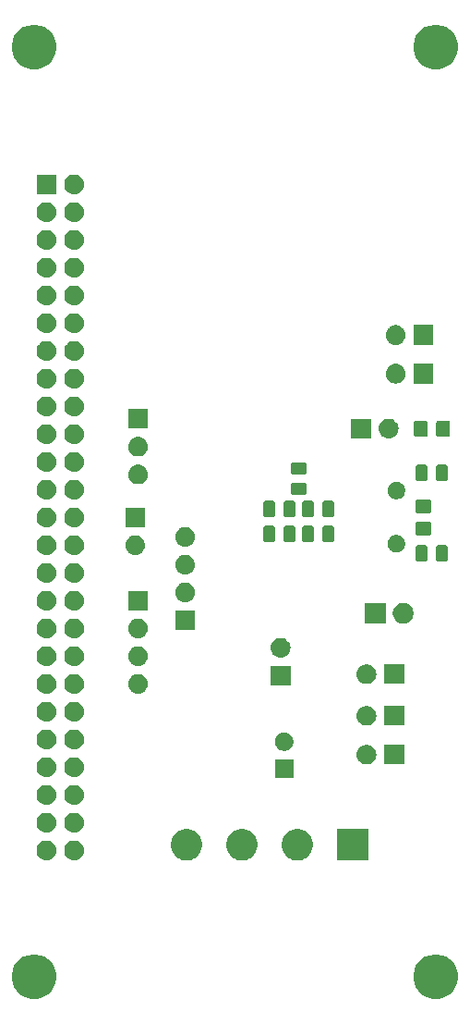
<source format=gbr>
G04 #@! TF.GenerationSoftware,KiCad,Pcbnew,5.0.2-bee76a0~70~ubuntu16.04.1*
G04 #@! TF.CreationDate,2020-12-27T17:10:44+01:00*
G04 #@! TF.ProjectId,STM32SCSISD,53544d33-3253-4435-9349-53442e6b6963,rev?*
G04 #@! TF.SameCoordinates,Original*
G04 #@! TF.FileFunction,Soldermask,Bot*
G04 #@! TF.FilePolarity,Negative*
%FSLAX46Y46*%
G04 Gerber Fmt 4.6, Leading zero omitted, Abs format (unit mm)*
G04 Created by KiCad (PCBNEW 5.0.2-bee76a0~70~ubuntu16.04.1) date sön 27 dec 2020 17:10:44*
%MOMM*%
%LPD*%
G01*
G04 APERTURE LIST*
%ADD10C,0.100000*%
G04 APERTURE END LIST*
D10*
G36*
X104103252Y-124392818D02*
X104103254Y-124392819D01*
X104103255Y-124392819D01*
X104476513Y-124547427D01*
X104476514Y-124547428D01*
X104812439Y-124771886D01*
X105098114Y-125057561D01*
X105098116Y-125057564D01*
X105322573Y-125393487D01*
X105477181Y-125766745D01*
X105556000Y-126162994D01*
X105556000Y-126567006D01*
X105477181Y-126963255D01*
X105322573Y-127336513D01*
X105322572Y-127336514D01*
X105098114Y-127672439D01*
X104812439Y-127958114D01*
X104812436Y-127958116D01*
X104476513Y-128182573D01*
X104103255Y-128337181D01*
X104103254Y-128337181D01*
X104103252Y-128337182D01*
X103707007Y-128416000D01*
X103302993Y-128416000D01*
X102906748Y-128337182D01*
X102906746Y-128337181D01*
X102906745Y-128337181D01*
X102533487Y-128182573D01*
X102197564Y-127958116D01*
X102197561Y-127958114D01*
X101911886Y-127672439D01*
X101687428Y-127336514D01*
X101687427Y-127336513D01*
X101532819Y-126963255D01*
X101454000Y-126567006D01*
X101454000Y-126162994D01*
X101532819Y-125766745D01*
X101687427Y-125393487D01*
X101911884Y-125057564D01*
X101911886Y-125057561D01*
X102197561Y-124771886D01*
X102533486Y-124547428D01*
X102533487Y-124547427D01*
X102906745Y-124392819D01*
X102906746Y-124392819D01*
X102906748Y-124392818D01*
X103302993Y-124314000D01*
X103707007Y-124314000D01*
X104103252Y-124392818D01*
X104103252Y-124392818D01*
G37*
G36*
X67273252Y-124392818D02*
X67273254Y-124392819D01*
X67273255Y-124392819D01*
X67646513Y-124547427D01*
X67646514Y-124547428D01*
X67982439Y-124771886D01*
X68268114Y-125057561D01*
X68268116Y-125057564D01*
X68492573Y-125393487D01*
X68647181Y-125766745D01*
X68726000Y-126162994D01*
X68726000Y-126567006D01*
X68647181Y-126963255D01*
X68492573Y-127336513D01*
X68492572Y-127336514D01*
X68268114Y-127672439D01*
X67982439Y-127958114D01*
X67982436Y-127958116D01*
X67646513Y-128182573D01*
X67273255Y-128337181D01*
X67273254Y-128337181D01*
X67273252Y-128337182D01*
X66877007Y-128416000D01*
X66472993Y-128416000D01*
X66076748Y-128337182D01*
X66076746Y-128337181D01*
X66076745Y-128337181D01*
X65703487Y-128182573D01*
X65367564Y-127958116D01*
X65367561Y-127958114D01*
X65081886Y-127672439D01*
X64857428Y-127336514D01*
X64857427Y-127336513D01*
X64702819Y-126963255D01*
X64624000Y-126567006D01*
X64624000Y-126162994D01*
X64702819Y-125766745D01*
X64857427Y-125393487D01*
X65081884Y-125057564D01*
X65081886Y-125057561D01*
X65367561Y-124771886D01*
X65703486Y-124547428D01*
X65703487Y-124547427D01*
X66076745Y-124392819D01*
X66076746Y-124392819D01*
X66076748Y-124392818D01*
X66472993Y-124314000D01*
X66877007Y-124314000D01*
X67273252Y-124392818D01*
X67273252Y-124392818D01*
G37*
G36*
X81065324Y-112914377D02*
X81327568Y-113023002D01*
X81563587Y-113180705D01*
X81764295Y-113381413D01*
X81921998Y-113617432D01*
X82030623Y-113879676D01*
X82086000Y-114158073D01*
X82086000Y-114441927D01*
X82030623Y-114720324D01*
X81921998Y-114982568D01*
X81764295Y-115218587D01*
X81563587Y-115419295D01*
X81327568Y-115576998D01*
X81065324Y-115685623D01*
X80786927Y-115741000D01*
X80503073Y-115741000D01*
X80224676Y-115685623D01*
X79962432Y-115576998D01*
X79726413Y-115419295D01*
X79525705Y-115218587D01*
X79368002Y-114982568D01*
X79259377Y-114720324D01*
X79204000Y-114441927D01*
X79204000Y-114158073D01*
X79259377Y-113879676D01*
X79368002Y-113617432D01*
X79525705Y-113381413D01*
X79726413Y-113180705D01*
X79962432Y-113023002D01*
X80224676Y-112914377D01*
X80503073Y-112859000D01*
X80786927Y-112859000D01*
X81065324Y-112914377D01*
X81065324Y-112914377D01*
G37*
G36*
X91225324Y-112914377D02*
X91487568Y-113023002D01*
X91723587Y-113180705D01*
X91924295Y-113381413D01*
X92081998Y-113617432D01*
X92190623Y-113879676D01*
X92246000Y-114158073D01*
X92246000Y-114441927D01*
X92190623Y-114720324D01*
X92081998Y-114982568D01*
X91924295Y-115218587D01*
X91723587Y-115419295D01*
X91487568Y-115576998D01*
X91225324Y-115685623D01*
X90946927Y-115741000D01*
X90663073Y-115741000D01*
X90384676Y-115685623D01*
X90122432Y-115576998D01*
X89886413Y-115419295D01*
X89685705Y-115218587D01*
X89528002Y-114982568D01*
X89419377Y-114720324D01*
X89364000Y-114441927D01*
X89364000Y-114158073D01*
X89419377Y-113879676D01*
X89528002Y-113617432D01*
X89685705Y-113381413D01*
X89886413Y-113180705D01*
X90122432Y-113023002D01*
X90384676Y-112914377D01*
X90663073Y-112859000D01*
X90946927Y-112859000D01*
X91225324Y-112914377D01*
X91225324Y-112914377D01*
G37*
G36*
X97326000Y-115741000D02*
X94444000Y-115741000D01*
X94444000Y-112859000D01*
X97326000Y-112859000D01*
X97326000Y-115741000D01*
X97326000Y-115741000D01*
G37*
G36*
X86145324Y-112914377D02*
X86407568Y-113023002D01*
X86643587Y-113180705D01*
X86844295Y-113381413D01*
X87001998Y-113617432D01*
X87110623Y-113879676D01*
X87166000Y-114158073D01*
X87166000Y-114441927D01*
X87110623Y-114720324D01*
X87001998Y-114982568D01*
X86844295Y-115218587D01*
X86643587Y-115419295D01*
X86407568Y-115576998D01*
X86145324Y-115685623D01*
X85866927Y-115741000D01*
X85583073Y-115741000D01*
X85304676Y-115685623D01*
X85042432Y-115576998D01*
X84806413Y-115419295D01*
X84605705Y-115218587D01*
X84448002Y-114982568D01*
X84339377Y-114720324D01*
X84284000Y-114441927D01*
X84284000Y-114158073D01*
X84339377Y-113879676D01*
X84448002Y-113617432D01*
X84605705Y-113381413D01*
X84806413Y-113180705D01*
X85042432Y-113023002D01*
X85304676Y-112914377D01*
X85583073Y-112859000D01*
X85866927Y-112859000D01*
X86145324Y-112914377D01*
X86145324Y-112914377D01*
G37*
G36*
X70537294Y-113919333D02*
X70709694Y-113971631D01*
X70709696Y-113971632D01*
X70868583Y-114056559D01*
X70868585Y-114056560D01*
X70868584Y-114056560D01*
X71007849Y-114170851D01*
X71122140Y-114310116D01*
X71207069Y-114469006D01*
X71259367Y-114641406D01*
X71277025Y-114820700D01*
X71259367Y-114999994D01*
X71207069Y-115172394D01*
X71207068Y-115172396D01*
X71122141Y-115331283D01*
X71007849Y-115470549D01*
X70868583Y-115584841D01*
X70709696Y-115669768D01*
X70709694Y-115669769D01*
X70537294Y-115722067D01*
X70402931Y-115735300D01*
X70313069Y-115735300D01*
X70178706Y-115722067D01*
X70006306Y-115669769D01*
X70006304Y-115669768D01*
X69847417Y-115584841D01*
X69708151Y-115470549D01*
X69593859Y-115331283D01*
X69508932Y-115172396D01*
X69508931Y-115172394D01*
X69456633Y-114999994D01*
X69438975Y-114820700D01*
X69456633Y-114641406D01*
X69508931Y-114469006D01*
X69593860Y-114310116D01*
X69708151Y-114170851D01*
X69847416Y-114056560D01*
X69847415Y-114056560D01*
X69847417Y-114056559D01*
X70006304Y-113971632D01*
X70006306Y-113971631D01*
X70178706Y-113919333D01*
X70313069Y-113906100D01*
X70402931Y-113906100D01*
X70537294Y-113919333D01*
X70537294Y-113919333D01*
G37*
G36*
X67997294Y-113919333D02*
X68169694Y-113971631D01*
X68169696Y-113971632D01*
X68328583Y-114056559D01*
X68328585Y-114056560D01*
X68328584Y-114056560D01*
X68467849Y-114170851D01*
X68582140Y-114310116D01*
X68667069Y-114469006D01*
X68719367Y-114641406D01*
X68737025Y-114820700D01*
X68719367Y-114999994D01*
X68667069Y-115172394D01*
X68667068Y-115172396D01*
X68582141Y-115331283D01*
X68467849Y-115470549D01*
X68328583Y-115584841D01*
X68169696Y-115669768D01*
X68169694Y-115669769D01*
X67997294Y-115722067D01*
X67862931Y-115735300D01*
X67773069Y-115735300D01*
X67638706Y-115722067D01*
X67466306Y-115669769D01*
X67466304Y-115669768D01*
X67307417Y-115584841D01*
X67168151Y-115470549D01*
X67053859Y-115331283D01*
X66968932Y-115172396D01*
X66968931Y-115172394D01*
X66916633Y-114999994D01*
X66898975Y-114820700D01*
X66916633Y-114641406D01*
X66968931Y-114469006D01*
X67053860Y-114310116D01*
X67168151Y-114170851D01*
X67307416Y-114056560D01*
X67307415Y-114056560D01*
X67307417Y-114056559D01*
X67466304Y-113971632D01*
X67466306Y-113971631D01*
X67638706Y-113919333D01*
X67773069Y-113906100D01*
X67862931Y-113906100D01*
X67997294Y-113919333D01*
X67997294Y-113919333D01*
G37*
G36*
X70537294Y-111379333D02*
X70709694Y-111431631D01*
X70709696Y-111431632D01*
X70868583Y-111516559D01*
X70868585Y-111516560D01*
X70868584Y-111516560D01*
X71007849Y-111630851D01*
X71122140Y-111770116D01*
X71207069Y-111929006D01*
X71259367Y-112101406D01*
X71277025Y-112280700D01*
X71259367Y-112459994D01*
X71207069Y-112632394D01*
X71207068Y-112632396D01*
X71122141Y-112791283D01*
X71007849Y-112930549D01*
X70868583Y-113044841D01*
X70709696Y-113129768D01*
X70709694Y-113129769D01*
X70537294Y-113182067D01*
X70402931Y-113195300D01*
X70313069Y-113195300D01*
X70178706Y-113182067D01*
X70006306Y-113129769D01*
X70006304Y-113129768D01*
X69847417Y-113044841D01*
X69708151Y-112930549D01*
X69593859Y-112791283D01*
X69508932Y-112632396D01*
X69508931Y-112632394D01*
X69456633Y-112459994D01*
X69438975Y-112280700D01*
X69456633Y-112101406D01*
X69508931Y-111929006D01*
X69593860Y-111770116D01*
X69708151Y-111630851D01*
X69847416Y-111516560D01*
X69847415Y-111516560D01*
X69847417Y-111516559D01*
X70006304Y-111431632D01*
X70006306Y-111431631D01*
X70178706Y-111379333D01*
X70313069Y-111366100D01*
X70402931Y-111366100D01*
X70537294Y-111379333D01*
X70537294Y-111379333D01*
G37*
G36*
X67997294Y-111379333D02*
X68169694Y-111431631D01*
X68169696Y-111431632D01*
X68328583Y-111516559D01*
X68328585Y-111516560D01*
X68328584Y-111516560D01*
X68467849Y-111630851D01*
X68582140Y-111770116D01*
X68667069Y-111929006D01*
X68719367Y-112101406D01*
X68737025Y-112280700D01*
X68719367Y-112459994D01*
X68667069Y-112632394D01*
X68667068Y-112632396D01*
X68582141Y-112791283D01*
X68467849Y-112930549D01*
X68328583Y-113044841D01*
X68169696Y-113129768D01*
X68169694Y-113129769D01*
X67997294Y-113182067D01*
X67862931Y-113195300D01*
X67773069Y-113195300D01*
X67638706Y-113182067D01*
X67466306Y-113129769D01*
X67466304Y-113129768D01*
X67307417Y-113044841D01*
X67168151Y-112930549D01*
X67053859Y-112791283D01*
X66968932Y-112632396D01*
X66968931Y-112632394D01*
X66916633Y-112459994D01*
X66898975Y-112280700D01*
X66916633Y-112101406D01*
X66968931Y-111929006D01*
X67053860Y-111770116D01*
X67168151Y-111630851D01*
X67307416Y-111516560D01*
X67307415Y-111516560D01*
X67307417Y-111516559D01*
X67466304Y-111431632D01*
X67466306Y-111431631D01*
X67638706Y-111379333D01*
X67773069Y-111366100D01*
X67862931Y-111366100D01*
X67997294Y-111379333D01*
X67997294Y-111379333D01*
G37*
G36*
X67997294Y-108839333D02*
X68169694Y-108891631D01*
X68169696Y-108891632D01*
X68328583Y-108976559D01*
X68328585Y-108976560D01*
X68328584Y-108976560D01*
X68467849Y-109090851D01*
X68582140Y-109230116D01*
X68667069Y-109389006D01*
X68719367Y-109561406D01*
X68737025Y-109740700D01*
X68719367Y-109919994D01*
X68667069Y-110092394D01*
X68667068Y-110092396D01*
X68582141Y-110251283D01*
X68467849Y-110390549D01*
X68328583Y-110504841D01*
X68169696Y-110589768D01*
X68169694Y-110589769D01*
X67997294Y-110642067D01*
X67862931Y-110655300D01*
X67773069Y-110655300D01*
X67638706Y-110642067D01*
X67466306Y-110589769D01*
X67466304Y-110589768D01*
X67307417Y-110504841D01*
X67168151Y-110390549D01*
X67053859Y-110251283D01*
X66968932Y-110092396D01*
X66968931Y-110092394D01*
X66916633Y-109919994D01*
X66898975Y-109740700D01*
X66916633Y-109561406D01*
X66968931Y-109389006D01*
X67053860Y-109230116D01*
X67168151Y-109090851D01*
X67307416Y-108976560D01*
X67307415Y-108976560D01*
X67307417Y-108976559D01*
X67466304Y-108891632D01*
X67466306Y-108891631D01*
X67638706Y-108839333D01*
X67773069Y-108826100D01*
X67862931Y-108826100D01*
X67997294Y-108839333D01*
X67997294Y-108839333D01*
G37*
G36*
X70537294Y-108839333D02*
X70709694Y-108891631D01*
X70709696Y-108891632D01*
X70868583Y-108976559D01*
X70868585Y-108976560D01*
X70868584Y-108976560D01*
X71007849Y-109090851D01*
X71122140Y-109230116D01*
X71207069Y-109389006D01*
X71259367Y-109561406D01*
X71277025Y-109740700D01*
X71259367Y-109919994D01*
X71207069Y-110092394D01*
X71207068Y-110092396D01*
X71122141Y-110251283D01*
X71007849Y-110390549D01*
X70868583Y-110504841D01*
X70709696Y-110589768D01*
X70709694Y-110589769D01*
X70537294Y-110642067D01*
X70402931Y-110655300D01*
X70313069Y-110655300D01*
X70178706Y-110642067D01*
X70006306Y-110589769D01*
X70006304Y-110589768D01*
X69847417Y-110504841D01*
X69708151Y-110390549D01*
X69593859Y-110251283D01*
X69508932Y-110092396D01*
X69508931Y-110092394D01*
X69456633Y-109919994D01*
X69438975Y-109740700D01*
X69456633Y-109561406D01*
X69508931Y-109389006D01*
X69593860Y-109230116D01*
X69708151Y-109090851D01*
X69847416Y-108976560D01*
X69847415Y-108976560D01*
X69847417Y-108976559D01*
X70006304Y-108891632D01*
X70006306Y-108891631D01*
X70178706Y-108839333D01*
X70313069Y-108826100D01*
X70402931Y-108826100D01*
X70537294Y-108839333D01*
X70537294Y-108839333D01*
G37*
G36*
X90449500Y-108204100D02*
X88747500Y-108204100D01*
X88747500Y-106502100D01*
X90449500Y-106502100D01*
X90449500Y-108204100D01*
X90449500Y-108204100D01*
G37*
G36*
X70537294Y-106299333D02*
X70709694Y-106351631D01*
X70709696Y-106351632D01*
X70868583Y-106436559D01*
X71007849Y-106550851D01*
X71122141Y-106690117D01*
X71207068Y-106849004D01*
X71207069Y-106849006D01*
X71259367Y-107021406D01*
X71277025Y-107200700D01*
X71259367Y-107379994D01*
X71207069Y-107552394D01*
X71207068Y-107552396D01*
X71122141Y-107711283D01*
X71007849Y-107850549D01*
X70868583Y-107964841D01*
X70709696Y-108049768D01*
X70709694Y-108049769D01*
X70537294Y-108102067D01*
X70402931Y-108115300D01*
X70313069Y-108115300D01*
X70178706Y-108102067D01*
X70006306Y-108049769D01*
X70006304Y-108049768D01*
X69847417Y-107964841D01*
X69708151Y-107850549D01*
X69593859Y-107711283D01*
X69508932Y-107552396D01*
X69508931Y-107552394D01*
X69456633Y-107379994D01*
X69438975Y-107200700D01*
X69456633Y-107021406D01*
X69508931Y-106849006D01*
X69508932Y-106849004D01*
X69593859Y-106690117D01*
X69708151Y-106550851D01*
X69847417Y-106436559D01*
X70006304Y-106351632D01*
X70006306Y-106351631D01*
X70178706Y-106299333D01*
X70313069Y-106286100D01*
X70402931Y-106286100D01*
X70537294Y-106299333D01*
X70537294Y-106299333D01*
G37*
G36*
X67997294Y-106299333D02*
X68169694Y-106351631D01*
X68169696Y-106351632D01*
X68328583Y-106436559D01*
X68467849Y-106550851D01*
X68582141Y-106690117D01*
X68667068Y-106849004D01*
X68667069Y-106849006D01*
X68719367Y-107021406D01*
X68737025Y-107200700D01*
X68719367Y-107379994D01*
X68667069Y-107552394D01*
X68667068Y-107552396D01*
X68582141Y-107711283D01*
X68467849Y-107850549D01*
X68328583Y-107964841D01*
X68169696Y-108049768D01*
X68169694Y-108049769D01*
X67997294Y-108102067D01*
X67862931Y-108115300D01*
X67773069Y-108115300D01*
X67638706Y-108102067D01*
X67466306Y-108049769D01*
X67466304Y-108049768D01*
X67307417Y-107964841D01*
X67168151Y-107850549D01*
X67053859Y-107711283D01*
X66968932Y-107552396D01*
X66968931Y-107552394D01*
X66916633Y-107379994D01*
X66898975Y-107200700D01*
X66916633Y-107021406D01*
X66968931Y-106849006D01*
X66968932Y-106849004D01*
X67053859Y-106690117D01*
X67168151Y-106550851D01*
X67307417Y-106436559D01*
X67466304Y-106351632D01*
X67466306Y-106351631D01*
X67638706Y-106299333D01*
X67773069Y-106286100D01*
X67862931Y-106286100D01*
X67997294Y-106299333D01*
X67997294Y-106299333D01*
G37*
G36*
X100596000Y-106946000D02*
X98794000Y-106946000D01*
X98794000Y-105144000D01*
X100596000Y-105144000D01*
X100596000Y-106946000D01*
X100596000Y-106946000D01*
G37*
G36*
X97265443Y-105150519D02*
X97331627Y-105157037D01*
X97444853Y-105191384D01*
X97501467Y-105208557D01*
X97590599Y-105256200D01*
X97657991Y-105292222D01*
X97680322Y-105310549D01*
X97795186Y-105404814D01*
X97878448Y-105506271D01*
X97907778Y-105542009D01*
X97907779Y-105542011D01*
X97991443Y-105698533D01*
X98008616Y-105755147D01*
X98042963Y-105868373D01*
X98060359Y-106045000D01*
X98042963Y-106221627D01*
X98023405Y-106286100D01*
X97991443Y-106391467D01*
X97917348Y-106530087D01*
X97907778Y-106547991D01*
X97878448Y-106583729D01*
X97795186Y-106685186D01*
X97693729Y-106768448D01*
X97657991Y-106797778D01*
X97657989Y-106797779D01*
X97501467Y-106881443D01*
X97444853Y-106898616D01*
X97331627Y-106932963D01*
X97265442Y-106939482D01*
X97199260Y-106946000D01*
X97110740Y-106946000D01*
X97044558Y-106939482D01*
X96978373Y-106932963D01*
X96865147Y-106898616D01*
X96808533Y-106881443D01*
X96652011Y-106797779D01*
X96652009Y-106797778D01*
X96616271Y-106768448D01*
X96514814Y-106685186D01*
X96431552Y-106583729D01*
X96402222Y-106547991D01*
X96392652Y-106530087D01*
X96318557Y-106391467D01*
X96286595Y-106286100D01*
X96267037Y-106221627D01*
X96249641Y-106045000D01*
X96267037Y-105868373D01*
X96301384Y-105755147D01*
X96318557Y-105698533D01*
X96402221Y-105542011D01*
X96402222Y-105542009D01*
X96431552Y-105506271D01*
X96514814Y-105404814D01*
X96629678Y-105310549D01*
X96652009Y-105292222D01*
X96719401Y-105256200D01*
X96808533Y-105208557D01*
X96865147Y-105191384D01*
X96978373Y-105157037D01*
X97044558Y-105150518D01*
X97110740Y-105144000D01*
X97199260Y-105144000D01*
X97265443Y-105150519D01*
X97265443Y-105150519D01*
G37*
G36*
X89846728Y-104034803D02*
X90001600Y-104098953D01*
X90140981Y-104192085D01*
X90259515Y-104310619D01*
X90352647Y-104450000D01*
X90416797Y-104604872D01*
X90449500Y-104769284D01*
X90449500Y-104936916D01*
X90416797Y-105101328D01*
X90352647Y-105256200D01*
X90259515Y-105395581D01*
X90140981Y-105514115D01*
X90001600Y-105607247D01*
X89846728Y-105671397D01*
X89682316Y-105704100D01*
X89514684Y-105704100D01*
X89350272Y-105671397D01*
X89195400Y-105607247D01*
X89056019Y-105514115D01*
X88937485Y-105395581D01*
X88844353Y-105256200D01*
X88780203Y-105101328D01*
X88747500Y-104936916D01*
X88747500Y-104769284D01*
X88780203Y-104604872D01*
X88844353Y-104450000D01*
X88937485Y-104310619D01*
X89056019Y-104192085D01*
X89195400Y-104098953D01*
X89350272Y-104034803D01*
X89514684Y-104002100D01*
X89682316Y-104002100D01*
X89846728Y-104034803D01*
X89846728Y-104034803D01*
G37*
G36*
X70537294Y-103759333D02*
X70709694Y-103811631D01*
X70709696Y-103811632D01*
X70868583Y-103896559D01*
X70868585Y-103896560D01*
X70868584Y-103896560D01*
X71007849Y-104010851D01*
X71122140Y-104150116D01*
X71207069Y-104309006D01*
X71259367Y-104481406D01*
X71277025Y-104660700D01*
X71259367Y-104839994D01*
X71229965Y-104936916D01*
X71207068Y-105012396D01*
X71122141Y-105171283D01*
X71007849Y-105310549D01*
X70868583Y-105424841D01*
X70709696Y-105509768D01*
X70709694Y-105509769D01*
X70537294Y-105562067D01*
X70402931Y-105575300D01*
X70313069Y-105575300D01*
X70178706Y-105562067D01*
X70006306Y-105509769D01*
X70006304Y-105509768D01*
X69847417Y-105424841D01*
X69708151Y-105310549D01*
X69593859Y-105171283D01*
X69508932Y-105012396D01*
X69486035Y-104936916D01*
X69456633Y-104839994D01*
X69438975Y-104660700D01*
X69456633Y-104481406D01*
X69508931Y-104309006D01*
X69593860Y-104150116D01*
X69708151Y-104010851D01*
X69847416Y-103896560D01*
X69847415Y-103896560D01*
X69847417Y-103896559D01*
X70006304Y-103811632D01*
X70006306Y-103811631D01*
X70178706Y-103759333D01*
X70313069Y-103746100D01*
X70402931Y-103746100D01*
X70537294Y-103759333D01*
X70537294Y-103759333D01*
G37*
G36*
X67997294Y-103759333D02*
X68169694Y-103811631D01*
X68169696Y-103811632D01*
X68328583Y-103896559D01*
X68328585Y-103896560D01*
X68328584Y-103896560D01*
X68467849Y-104010851D01*
X68582140Y-104150116D01*
X68667069Y-104309006D01*
X68719367Y-104481406D01*
X68737025Y-104660700D01*
X68719367Y-104839994D01*
X68689965Y-104936916D01*
X68667068Y-105012396D01*
X68582141Y-105171283D01*
X68467849Y-105310549D01*
X68328583Y-105424841D01*
X68169696Y-105509768D01*
X68169694Y-105509769D01*
X67997294Y-105562067D01*
X67862931Y-105575300D01*
X67773069Y-105575300D01*
X67638706Y-105562067D01*
X67466306Y-105509769D01*
X67466304Y-105509768D01*
X67307417Y-105424841D01*
X67168151Y-105310549D01*
X67053859Y-105171283D01*
X66968932Y-105012396D01*
X66946035Y-104936916D01*
X66916633Y-104839994D01*
X66898975Y-104660700D01*
X66916633Y-104481406D01*
X66968931Y-104309006D01*
X67053860Y-104150116D01*
X67168151Y-104010851D01*
X67307416Y-103896560D01*
X67307415Y-103896560D01*
X67307417Y-103896559D01*
X67466304Y-103811632D01*
X67466306Y-103811631D01*
X67638706Y-103759333D01*
X67773069Y-103746100D01*
X67862931Y-103746100D01*
X67997294Y-103759333D01*
X67997294Y-103759333D01*
G37*
G36*
X100596000Y-103390000D02*
X98794000Y-103390000D01*
X98794000Y-101588000D01*
X100596000Y-101588000D01*
X100596000Y-103390000D01*
X100596000Y-103390000D01*
G37*
G36*
X97265443Y-101594519D02*
X97331627Y-101601037D01*
X97444853Y-101635384D01*
X97501467Y-101652557D01*
X97640087Y-101726652D01*
X97657991Y-101736222D01*
X97693729Y-101765552D01*
X97795186Y-101848814D01*
X97871173Y-101941406D01*
X97907778Y-101986009D01*
X97907779Y-101986011D01*
X97991443Y-102142533D01*
X97991443Y-102142534D01*
X98042963Y-102312373D01*
X98060359Y-102489000D01*
X98042963Y-102665627D01*
X98011135Y-102770549D01*
X97991443Y-102835467D01*
X97919657Y-102969768D01*
X97907778Y-102991991D01*
X97883096Y-103022066D01*
X97795186Y-103129186D01*
X97693729Y-103212448D01*
X97657991Y-103241778D01*
X97657989Y-103241779D01*
X97501467Y-103325443D01*
X97444853Y-103342616D01*
X97331627Y-103376963D01*
X97265443Y-103383481D01*
X97199260Y-103390000D01*
X97110740Y-103390000D01*
X97044557Y-103383481D01*
X96978373Y-103376963D01*
X96865147Y-103342616D01*
X96808533Y-103325443D01*
X96652011Y-103241779D01*
X96652009Y-103241778D01*
X96616271Y-103212448D01*
X96514814Y-103129186D01*
X96426904Y-103022066D01*
X96402222Y-102991991D01*
X96390343Y-102969768D01*
X96318557Y-102835467D01*
X96298865Y-102770549D01*
X96267037Y-102665627D01*
X96249641Y-102489000D01*
X96267037Y-102312373D01*
X96318557Y-102142534D01*
X96318557Y-102142533D01*
X96402221Y-101986011D01*
X96402222Y-101986009D01*
X96438827Y-101941406D01*
X96514814Y-101848814D01*
X96616271Y-101765552D01*
X96652009Y-101736222D01*
X96669913Y-101726652D01*
X96808533Y-101652557D01*
X96865147Y-101635384D01*
X96978373Y-101601037D01*
X97044557Y-101594519D01*
X97110740Y-101588000D01*
X97199260Y-101588000D01*
X97265443Y-101594519D01*
X97265443Y-101594519D01*
G37*
G36*
X70537294Y-101219333D02*
X70709694Y-101271631D01*
X70709696Y-101271632D01*
X70868583Y-101356559D01*
X71007849Y-101470851D01*
X71122141Y-101610117D01*
X71207068Y-101769004D01*
X71207069Y-101769006D01*
X71259367Y-101941406D01*
X71277025Y-102120700D01*
X71259367Y-102299994D01*
X71207069Y-102472394D01*
X71207068Y-102472396D01*
X71122141Y-102631283D01*
X71007849Y-102770549D01*
X70868583Y-102884841D01*
X70709696Y-102969768D01*
X70709694Y-102969769D01*
X70537294Y-103022067D01*
X70402931Y-103035300D01*
X70313069Y-103035300D01*
X70178706Y-103022067D01*
X70006306Y-102969769D01*
X70006304Y-102969768D01*
X69847417Y-102884841D01*
X69708151Y-102770549D01*
X69593859Y-102631283D01*
X69508932Y-102472396D01*
X69508931Y-102472394D01*
X69456633Y-102299994D01*
X69438975Y-102120700D01*
X69456633Y-101941406D01*
X69508931Y-101769006D01*
X69508932Y-101769004D01*
X69593859Y-101610117D01*
X69708151Y-101470851D01*
X69847417Y-101356559D01*
X70006304Y-101271632D01*
X70006306Y-101271631D01*
X70178706Y-101219333D01*
X70313069Y-101206100D01*
X70402931Y-101206100D01*
X70537294Y-101219333D01*
X70537294Y-101219333D01*
G37*
G36*
X67997294Y-101219333D02*
X68169694Y-101271631D01*
X68169696Y-101271632D01*
X68328583Y-101356559D01*
X68467849Y-101470851D01*
X68582141Y-101610117D01*
X68667068Y-101769004D01*
X68667069Y-101769006D01*
X68719367Y-101941406D01*
X68737025Y-102120700D01*
X68719367Y-102299994D01*
X68667069Y-102472394D01*
X68667068Y-102472396D01*
X68582141Y-102631283D01*
X68467849Y-102770549D01*
X68328583Y-102884841D01*
X68169696Y-102969768D01*
X68169694Y-102969769D01*
X67997294Y-103022067D01*
X67862931Y-103035300D01*
X67773069Y-103035300D01*
X67638706Y-103022067D01*
X67466306Y-102969769D01*
X67466304Y-102969768D01*
X67307417Y-102884841D01*
X67168151Y-102770549D01*
X67053859Y-102631283D01*
X66968932Y-102472396D01*
X66968931Y-102472394D01*
X66916633Y-102299994D01*
X66898975Y-102120700D01*
X66916633Y-101941406D01*
X66968931Y-101769006D01*
X66968932Y-101769004D01*
X67053859Y-101610117D01*
X67168151Y-101470851D01*
X67307417Y-101356559D01*
X67466304Y-101271632D01*
X67466306Y-101271631D01*
X67638706Y-101219333D01*
X67773069Y-101206100D01*
X67862931Y-101206100D01*
X67997294Y-101219333D01*
X67997294Y-101219333D01*
G37*
G36*
X70537294Y-98679333D02*
X70709694Y-98731631D01*
X70709696Y-98731632D01*
X70868583Y-98816559D01*
X71007849Y-98930851D01*
X71117951Y-99065011D01*
X71122140Y-99070116D01*
X71207069Y-99229006D01*
X71259367Y-99401406D01*
X71277025Y-99580700D01*
X71259367Y-99759994D01*
X71212507Y-99914467D01*
X71207068Y-99932396D01*
X71122141Y-100091283D01*
X71007849Y-100230549D01*
X70868583Y-100344841D01*
X70709696Y-100429768D01*
X70709694Y-100429769D01*
X70537294Y-100482067D01*
X70402931Y-100495300D01*
X70313069Y-100495300D01*
X70178706Y-100482067D01*
X70006306Y-100429769D01*
X70006304Y-100429768D01*
X69847417Y-100344841D01*
X69708151Y-100230549D01*
X69593859Y-100091283D01*
X69508932Y-99932396D01*
X69503493Y-99914467D01*
X69456633Y-99759994D01*
X69438975Y-99580700D01*
X69456633Y-99401406D01*
X69508931Y-99229006D01*
X69593860Y-99070116D01*
X69598050Y-99065011D01*
X69708151Y-98930851D01*
X69847417Y-98816559D01*
X70006304Y-98731632D01*
X70006306Y-98731631D01*
X70178706Y-98679333D01*
X70313069Y-98666100D01*
X70402931Y-98666100D01*
X70537294Y-98679333D01*
X70537294Y-98679333D01*
G37*
G36*
X67997294Y-98679333D02*
X68169694Y-98731631D01*
X68169696Y-98731632D01*
X68328583Y-98816559D01*
X68467849Y-98930851D01*
X68577951Y-99065011D01*
X68582140Y-99070116D01*
X68667069Y-99229006D01*
X68719367Y-99401406D01*
X68737025Y-99580700D01*
X68719367Y-99759994D01*
X68672507Y-99914467D01*
X68667068Y-99932396D01*
X68582141Y-100091283D01*
X68467849Y-100230549D01*
X68328583Y-100344841D01*
X68169696Y-100429768D01*
X68169694Y-100429769D01*
X67997294Y-100482067D01*
X67862931Y-100495300D01*
X67773069Y-100495300D01*
X67638706Y-100482067D01*
X67466306Y-100429769D01*
X67466304Y-100429768D01*
X67307417Y-100344841D01*
X67168151Y-100230549D01*
X67053859Y-100091283D01*
X66968932Y-99932396D01*
X66963493Y-99914467D01*
X66916633Y-99759994D01*
X66898975Y-99580700D01*
X66916633Y-99401406D01*
X66968931Y-99229006D01*
X67053860Y-99070116D01*
X67058050Y-99065011D01*
X67168151Y-98930851D01*
X67307417Y-98816559D01*
X67466304Y-98731632D01*
X67466306Y-98731631D01*
X67638706Y-98679333D01*
X67773069Y-98666100D01*
X67862931Y-98666100D01*
X67997294Y-98679333D01*
X67997294Y-98679333D01*
G37*
G36*
X76310442Y-98673518D02*
X76376627Y-98680037D01*
X76489853Y-98714384D01*
X76546467Y-98731557D01*
X76685087Y-98805652D01*
X76702991Y-98815222D01*
X76704621Y-98816560D01*
X76840186Y-98927814D01*
X76923448Y-99029271D01*
X76952778Y-99065009D01*
X76952779Y-99065011D01*
X77036443Y-99221533D01*
X77036443Y-99221534D01*
X77087963Y-99391373D01*
X77105359Y-99568000D01*
X77087963Y-99744627D01*
X77083301Y-99759994D01*
X77036443Y-99914467D01*
X76962348Y-100053087D01*
X76952778Y-100070991D01*
X76936124Y-100091284D01*
X76840186Y-100208186D01*
X76738729Y-100291448D01*
X76702991Y-100320778D01*
X76702989Y-100320779D01*
X76546467Y-100404443D01*
X76489853Y-100421616D01*
X76376627Y-100455963D01*
X76310442Y-100462482D01*
X76244260Y-100469000D01*
X76155740Y-100469000D01*
X76089557Y-100462481D01*
X76023373Y-100455963D01*
X75910147Y-100421616D01*
X75853533Y-100404443D01*
X75697011Y-100320779D01*
X75697009Y-100320778D01*
X75661271Y-100291448D01*
X75559814Y-100208186D01*
X75463876Y-100091284D01*
X75447222Y-100070991D01*
X75437652Y-100053087D01*
X75363557Y-99914467D01*
X75316699Y-99759994D01*
X75312037Y-99744627D01*
X75294641Y-99568000D01*
X75312037Y-99391373D01*
X75363557Y-99221534D01*
X75363557Y-99221533D01*
X75447221Y-99065011D01*
X75447222Y-99065009D01*
X75476552Y-99029271D01*
X75559814Y-98927814D01*
X75695379Y-98816560D01*
X75697009Y-98815222D01*
X75714913Y-98805652D01*
X75853533Y-98731557D01*
X75910147Y-98714384D01*
X76023373Y-98680037D01*
X76089558Y-98673518D01*
X76155740Y-98667000D01*
X76244260Y-98667000D01*
X76310442Y-98673518D01*
X76310442Y-98673518D01*
G37*
G36*
X90182000Y-99694300D02*
X88380000Y-99694300D01*
X88380000Y-97892300D01*
X90182000Y-97892300D01*
X90182000Y-99694300D01*
X90182000Y-99694300D01*
G37*
G36*
X100596000Y-99580000D02*
X98794000Y-99580000D01*
X98794000Y-97778000D01*
X100596000Y-97778000D01*
X100596000Y-99580000D01*
X100596000Y-99580000D01*
G37*
G36*
X97265442Y-97784518D02*
X97331627Y-97791037D01*
X97444853Y-97825384D01*
X97501467Y-97842557D01*
X97542412Y-97864443D01*
X97657991Y-97926222D01*
X97677298Y-97942067D01*
X97795186Y-98038814D01*
X97878448Y-98140271D01*
X97907778Y-98176009D01*
X97907779Y-98176011D01*
X97991443Y-98332533D01*
X97991443Y-98332534D01*
X98042963Y-98502373D01*
X98060359Y-98679000D01*
X98042963Y-98855627D01*
X98021065Y-98927814D01*
X97991443Y-99025467D01*
X97917348Y-99164087D01*
X97907778Y-99181991D01*
X97878448Y-99217729D01*
X97795186Y-99319186D01*
X97707222Y-99391375D01*
X97657991Y-99431778D01*
X97657989Y-99431779D01*
X97501467Y-99515443D01*
X97444853Y-99532616D01*
X97331627Y-99566963D01*
X97265443Y-99573481D01*
X97199260Y-99580000D01*
X97110740Y-99580000D01*
X97044558Y-99573482D01*
X96978373Y-99566963D01*
X96865147Y-99532616D01*
X96808533Y-99515443D01*
X96652011Y-99431779D01*
X96652009Y-99431778D01*
X96602778Y-99391375D01*
X96514814Y-99319186D01*
X96431552Y-99217729D01*
X96402222Y-99181991D01*
X96392652Y-99164087D01*
X96318557Y-99025467D01*
X96288935Y-98927814D01*
X96267037Y-98855627D01*
X96249641Y-98679000D01*
X96267037Y-98502373D01*
X96318557Y-98332534D01*
X96318557Y-98332533D01*
X96402221Y-98176011D01*
X96402222Y-98176009D01*
X96431552Y-98140271D01*
X96514814Y-98038814D01*
X96632702Y-97942067D01*
X96652009Y-97926222D01*
X96767588Y-97864443D01*
X96808533Y-97842557D01*
X96865147Y-97825384D01*
X96978373Y-97791037D01*
X97044557Y-97784519D01*
X97110740Y-97778000D01*
X97199260Y-97778000D01*
X97265442Y-97784518D01*
X97265442Y-97784518D01*
G37*
G36*
X70537294Y-96139333D02*
X70709694Y-96191631D01*
X70709696Y-96191632D01*
X70868583Y-96276559D01*
X71007849Y-96390851D01*
X71122141Y-96530117D01*
X71203075Y-96681533D01*
X71207069Y-96689006D01*
X71259367Y-96861406D01*
X71277025Y-97040700D01*
X71259367Y-97219994D01*
X71212507Y-97374467D01*
X71207068Y-97392396D01*
X71122141Y-97551283D01*
X71007849Y-97690549D01*
X70868583Y-97804841D01*
X70709696Y-97889768D01*
X70709694Y-97889769D01*
X70537294Y-97942067D01*
X70402931Y-97955300D01*
X70313069Y-97955300D01*
X70178706Y-97942067D01*
X70006306Y-97889769D01*
X70006304Y-97889768D01*
X69847417Y-97804841D01*
X69708151Y-97690549D01*
X69593859Y-97551283D01*
X69508932Y-97392396D01*
X69503493Y-97374467D01*
X69456633Y-97219994D01*
X69438975Y-97040700D01*
X69456633Y-96861406D01*
X69508931Y-96689006D01*
X69512925Y-96681533D01*
X69593859Y-96530117D01*
X69708151Y-96390851D01*
X69847417Y-96276559D01*
X70006304Y-96191632D01*
X70006306Y-96191631D01*
X70178706Y-96139333D01*
X70313069Y-96126100D01*
X70402931Y-96126100D01*
X70537294Y-96139333D01*
X70537294Y-96139333D01*
G37*
G36*
X67997294Y-96139333D02*
X68169694Y-96191631D01*
X68169696Y-96191632D01*
X68328583Y-96276559D01*
X68467849Y-96390851D01*
X68582141Y-96530117D01*
X68663075Y-96681533D01*
X68667069Y-96689006D01*
X68719367Y-96861406D01*
X68737025Y-97040700D01*
X68719367Y-97219994D01*
X68672507Y-97374467D01*
X68667068Y-97392396D01*
X68582141Y-97551283D01*
X68467849Y-97690549D01*
X68328583Y-97804841D01*
X68169696Y-97889768D01*
X68169694Y-97889769D01*
X67997294Y-97942067D01*
X67862931Y-97955300D01*
X67773069Y-97955300D01*
X67638706Y-97942067D01*
X67466306Y-97889769D01*
X67466304Y-97889768D01*
X67307417Y-97804841D01*
X67168151Y-97690549D01*
X67053859Y-97551283D01*
X66968932Y-97392396D01*
X66963493Y-97374467D01*
X66916633Y-97219994D01*
X66898975Y-97040700D01*
X66916633Y-96861406D01*
X66968931Y-96689006D01*
X66972925Y-96681533D01*
X67053859Y-96530117D01*
X67168151Y-96390851D01*
X67307417Y-96276559D01*
X67466304Y-96191632D01*
X67466306Y-96191631D01*
X67638706Y-96139333D01*
X67773069Y-96126100D01*
X67862931Y-96126100D01*
X67997294Y-96139333D01*
X67997294Y-96139333D01*
G37*
G36*
X76310443Y-96133519D02*
X76376627Y-96140037D01*
X76489853Y-96174384D01*
X76546467Y-96191557D01*
X76661978Y-96253300D01*
X76702991Y-96275222D01*
X76704621Y-96276560D01*
X76840186Y-96387814D01*
X76923448Y-96489271D01*
X76952778Y-96525009D01*
X76952779Y-96525011D01*
X77036443Y-96681533D01*
X77036443Y-96681534D01*
X77087963Y-96851373D01*
X77105359Y-97028000D01*
X77087963Y-97204627D01*
X77083301Y-97219994D01*
X77036443Y-97374467D01*
X76962348Y-97513087D01*
X76952778Y-97530991D01*
X76936124Y-97551284D01*
X76840186Y-97668186D01*
X76738729Y-97751448D01*
X76702991Y-97780778D01*
X76702989Y-97780779D01*
X76546467Y-97864443D01*
X76489853Y-97881616D01*
X76376627Y-97915963D01*
X76310442Y-97922482D01*
X76244260Y-97929000D01*
X76155740Y-97929000D01*
X76089558Y-97922482D01*
X76023373Y-97915963D01*
X75910147Y-97881616D01*
X75853533Y-97864443D01*
X75697011Y-97780779D01*
X75697009Y-97780778D01*
X75661271Y-97751448D01*
X75559814Y-97668186D01*
X75463876Y-97551284D01*
X75447222Y-97530991D01*
X75437652Y-97513087D01*
X75363557Y-97374467D01*
X75316699Y-97219994D01*
X75312037Y-97204627D01*
X75294641Y-97028000D01*
X75312037Y-96851373D01*
X75363557Y-96681534D01*
X75363557Y-96681533D01*
X75447221Y-96525011D01*
X75447222Y-96525009D01*
X75476552Y-96489271D01*
X75559814Y-96387814D01*
X75695379Y-96276560D01*
X75697009Y-96275222D01*
X75738022Y-96253300D01*
X75853533Y-96191557D01*
X75910147Y-96174384D01*
X76023373Y-96140037D01*
X76089557Y-96133519D01*
X76155740Y-96127000D01*
X76244260Y-96127000D01*
X76310443Y-96133519D01*
X76310443Y-96133519D01*
G37*
G36*
X89391442Y-95358818D02*
X89457627Y-95365337D01*
X89570853Y-95399684D01*
X89627467Y-95416857D01*
X89766087Y-95490952D01*
X89783991Y-95500522D01*
X89819729Y-95529852D01*
X89921186Y-95613114D01*
X90004448Y-95714571D01*
X90033778Y-95750309D01*
X90033779Y-95750311D01*
X90117443Y-95906833D01*
X90117443Y-95906834D01*
X90168963Y-96076673D01*
X90186359Y-96253300D01*
X90168963Y-96429927D01*
X90140120Y-96525009D01*
X90117443Y-96599767D01*
X90073737Y-96681534D01*
X90033778Y-96756291D01*
X90004448Y-96792029D01*
X89921186Y-96893486D01*
X89819729Y-96976748D01*
X89783991Y-97006078D01*
X89783989Y-97006079D01*
X89627467Y-97089743D01*
X89570853Y-97106916D01*
X89457627Y-97141263D01*
X89391443Y-97147781D01*
X89325260Y-97154300D01*
X89236740Y-97154300D01*
X89170557Y-97147781D01*
X89104373Y-97141263D01*
X88991147Y-97106916D01*
X88934533Y-97089743D01*
X88778011Y-97006079D01*
X88778009Y-97006078D01*
X88742271Y-96976748D01*
X88640814Y-96893486D01*
X88557552Y-96792029D01*
X88528222Y-96756291D01*
X88488263Y-96681534D01*
X88444557Y-96599767D01*
X88421880Y-96525009D01*
X88393037Y-96429927D01*
X88375641Y-96253300D01*
X88393037Y-96076673D01*
X88444557Y-95906834D01*
X88444557Y-95906833D01*
X88528221Y-95750311D01*
X88528222Y-95750309D01*
X88557552Y-95714571D01*
X88640814Y-95613114D01*
X88742271Y-95529852D01*
X88778009Y-95500522D01*
X88795913Y-95490952D01*
X88934533Y-95416857D01*
X88991147Y-95399684D01*
X89104373Y-95365337D01*
X89170558Y-95358818D01*
X89236740Y-95352300D01*
X89325260Y-95352300D01*
X89391442Y-95358818D01*
X89391442Y-95358818D01*
G37*
G36*
X70537294Y-93599333D02*
X70709694Y-93651631D01*
X70709696Y-93651632D01*
X70868583Y-93736559D01*
X71007849Y-93850851D01*
X71122141Y-93990117D01*
X71149873Y-94042000D01*
X71207069Y-94149006D01*
X71259367Y-94321406D01*
X71277025Y-94500700D01*
X71259367Y-94679994D01*
X71212507Y-94834467D01*
X71207068Y-94852396D01*
X71122141Y-95011283D01*
X71007849Y-95150549D01*
X70868583Y-95264841D01*
X70709696Y-95349768D01*
X70709694Y-95349769D01*
X70537294Y-95402067D01*
X70402931Y-95415300D01*
X70313069Y-95415300D01*
X70178706Y-95402067D01*
X70006306Y-95349769D01*
X70006304Y-95349768D01*
X69847417Y-95264841D01*
X69708151Y-95150549D01*
X69593859Y-95011283D01*
X69508932Y-94852396D01*
X69503493Y-94834467D01*
X69456633Y-94679994D01*
X69438975Y-94500700D01*
X69456633Y-94321406D01*
X69508931Y-94149006D01*
X69566127Y-94042000D01*
X69593859Y-93990117D01*
X69708151Y-93850851D01*
X69847417Y-93736559D01*
X70006304Y-93651632D01*
X70006306Y-93651631D01*
X70178706Y-93599333D01*
X70313069Y-93586100D01*
X70402931Y-93586100D01*
X70537294Y-93599333D01*
X70537294Y-93599333D01*
G37*
G36*
X67997294Y-93599333D02*
X68169694Y-93651631D01*
X68169696Y-93651632D01*
X68328583Y-93736559D01*
X68467849Y-93850851D01*
X68582141Y-93990117D01*
X68609873Y-94042000D01*
X68667069Y-94149006D01*
X68719367Y-94321406D01*
X68737025Y-94500700D01*
X68719367Y-94679994D01*
X68672507Y-94834467D01*
X68667068Y-94852396D01*
X68582141Y-95011283D01*
X68467849Y-95150549D01*
X68328583Y-95264841D01*
X68169696Y-95349768D01*
X68169694Y-95349769D01*
X67997294Y-95402067D01*
X67862931Y-95415300D01*
X67773069Y-95415300D01*
X67638706Y-95402067D01*
X67466306Y-95349769D01*
X67466304Y-95349768D01*
X67307417Y-95264841D01*
X67168151Y-95150549D01*
X67053859Y-95011283D01*
X66968932Y-94852396D01*
X66963493Y-94834467D01*
X66916633Y-94679994D01*
X66898975Y-94500700D01*
X66916633Y-94321406D01*
X66968931Y-94149006D01*
X67026127Y-94042000D01*
X67053859Y-93990117D01*
X67168151Y-93850851D01*
X67307417Y-93736559D01*
X67466304Y-93651632D01*
X67466306Y-93651631D01*
X67638706Y-93599333D01*
X67773069Y-93586100D01*
X67862931Y-93586100D01*
X67997294Y-93599333D01*
X67997294Y-93599333D01*
G37*
G36*
X76310442Y-93593518D02*
X76376627Y-93600037D01*
X76489853Y-93634384D01*
X76546467Y-93651557D01*
X76631908Y-93697227D01*
X76702991Y-93735222D01*
X76704621Y-93736560D01*
X76840186Y-93847814D01*
X76910723Y-93933765D01*
X76952778Y-93985009D01*
X76952779Y-93985011D01*
X77036443Y-94141533D01*
X77036443Y-94141534D01*
X77087963Y-94311373D01*
X77105359Y-94488000D01*
X77087963Y-94664627D01*
X77083301Y-94679994D01*
X77036443Y-94834467D01*
X76962348Y-94973087D01*
X76952778Y-94990991D01*
X76936124Y-95011284D01*
X76840186Y-95128186D01*
X76738729Y-95211448D01*
X76702991Y-95240778D01*
X76702989Y-95240779D01*
X76546467Y-95324443D01*
X76489853Y-95341616D01*
X76376627Y-95375963D01*
X76310443Y-95382481D01*
X76244260Y-95389000D01*
X76155740Y-95389000D01*
X76089557Y-95382481D01*
X76023373Y-95375963D01*
X75910147Y-95341616D01*
X75853533Y-95324443D01*
X75697011Y-95240779D01*
X75697009Y-95240778D01*
X75661271Y-95211448D01*
X75559814Y-95128186D01*
X75463876Y-95011284D01*
X75447222Y-94990991D01*
X75437652Y-94973087D01*
X75363557Y-94834467D01*
X75316699Y-94679994D01*
X75312037Y-94664627D01*
X75294641Y-94488000D01*
X75312037Y-94311373D01*
X75363557Y-94141534D01*
X75363557Y-94141533D01*
X75447221Y-93985011D01*
X75447222Y-93985009D01*
X75489277Y-93933765D01*
X75559814Y-93847814D01*
X75695379Y-93736560D01*
X75697009Y-93735222D01*
X75768092Y-93697227D01*
X75853533Y-93651557D01*
X75910147Y-93634384D01*
X76023373Y-93600037D01*
X76089558Y-93593518D01*
X76155740Y-93587000D01*
X76244260Y-93587000D01*
X76310442Y-93593518D01*
X76310442Y-93593518D01*
G37*
G36*
X81419000Y-94627000D02*
X79617000Y-94627000D01*
X79617000Y-92825000D01*
X81419000Y-92825000D01*
X81419000Y-94627000D01*
X81419000Y-94627000D01*
G37*
G36*
X100797896Y-92176546D02*
X100970966Y-92248234D01*
X101126730Y-92352312D01*
X101259188Y-92484770D01*
X101363266Y-92640534D01*
X101434954Y-92813604D01*
X101471500Y-92997333D01*
X101471500Y-93184667D01*
X101434954Y-93368396D01*
X101363266Y-93541466D01*
X101259188Y-93697230D01*
X101126730Y-93829688D01*
X100970966Y-93933766D01*
X100797896Y-94005454D01*
X100614167Y-94042000D01*
X100426833Y-94042000D01*
X100243104Y-94005454D01*
X100070034Y-93933766D01*
X99914270Y-93829688D01*
X99781812Y-93697230D01*
X99677734Y-93541466D01*
X99606046Y-93368396D01*
X99569500Y-93184667D01*
X99569500Y-92997333D01*
X99606046Y-92813604D01*
X99677734Y-92640534D01*
X99781812Y-92484770D01*
X99914270Y-92352312D01*
X100070034Y-92248234D01*
X100243104Y-92176546D01*
X100426833Y-92140000D01*
X100614167Y-92140000D01*
X100797896Y-92176546D01*
X100797896Y-92176546D01*
G37*
G36*
X98931500Y-94042000D02*
X97029500Y-94042000D01*
X97029500Y-92140000D01*
X98931500Y-92140000D01*
X98931500Y-94042000D01*
X98931500Y-94042000D01*
G37*
G36*
X70537294Y-91059333D02*
X70709694Y-91111631D01*
X70709696Y-91111632D01*
X70868583Y-91196559D01*
X71007849Y-91310851D01*
X71122141Y-91450117D01*
X71166158Y-91532467D01*
X71207069Y-91609006D01*
X71259367Y-91781406D01*
X71277025Y-91960700D01*
X71259367Y-92139994D01*
X71207069Y-92312394D01*
X71207068Y-92312396D01*
X71122141Y-92471283D01*
X71007849Y-92610549D01*
X70868583Y-92724841D01*
X70709696Y-92809768D01*
X70709694Y-92809769D01*
X70537294Y-92862067D01*
X70402931Y-92875300D01*
X70313069Y-92875300D01*
X70178706Y-92862067D01*
X70006306Y-92809769D01*
X70006304Y-92809768D01*
X69847417Y-92724841D01*
X69708151Y-92610549D01*
X69593859Y-92471283D01*
X69508932Y-92312396D01*
X69508931Y-92312394D01*
X69456633Y-92139994D01*
X69438975Y-91960700D01*
X69456633Y-91781406D01*
X69508931Y-91609006D01*
X69549842Y-91532467D01*
X69593859Y-91450117D01*
X69708151Y-91310851D01*
X69847417Y-91196559D01*
X70006304Y-91111632D01*
X70006306Y-91111631D01*
X70178706Y-91059333D01*
X70313069Y-91046100D01*
X70402931Y-91046100D01*
X70537294Y-91059333D01*
X70537294Y-91059333D01*
G37*
G36*
X67997294Y-91059333D02*
X68169694Y-91111631D01*
X68169696Y-91111632D01*
X68328583Y-91196559D01*
X68467849Y-91310851D01*
X68582141Y-91450117D01*
X68626158Y-91532467D01*
X68667069Y-91609006D01*
X68719367Y-91781406D01*
X68737025Y-91960700D01*
X68719367Y-92139994D01*
X68667069Y-92312394D01*
X68667068Y-92312396D01*
X68582141Y-92471283D01*
X68467849Y-92610549D01*
X68328583Y-92724841D01*
X68169696Y-92809768D01*
X68169694Y-92809769D01*
X67997294Y-92862067D01*
X67862931Y-92875300D01*
X67773069Y-92875300D01*
X67638706Y-92862067D01*
X67466306Y-92809769D01*
X67466304Y-92809768D01*
X67307417Y-92724841D01*
X67168151Y-92610549D01*
X67053859Y-92471283D01*
X66968932Y-92312396D01*
X66968931Y-92312394D01*
X66916633Y-92139994D01*
X66898975Y-91960700D01*
X66916633Y-91781406D01*
X66968931Y-91609006D01*
X67009842Y-91532467D01*
X67053859Y-91450117D01*
X67168151Y-91310851D01*
X67307417Y-91196559D01*
X67466304Y-91111632D01*
X67466306Y-91111631D01*
X67638706Y-91059333D01*
X67773069Y-91046100D01*
X67862931Y-91046100D01*
X67997294Y-91059333D01*
X67997294Y-91059333D01*
G37*
G36*
X77101000Y-92849000D02*
X75299000Y-92849000D01*
X75299000Y-91047000D01*
X77101000Y-91047000D01*
X77101000Y-92849000D01*
X77101000Y-92849000D01*
G37*
G36*
X80628443Y-90291519D02*
X80694627Y-90298037D01*
X80773840Y-90322066D01*
X80864467Y-90349557D01*
X81003087Y-90423652D01*
X81020991Y-90433222D01*
X81056729Y-90462552D01*
X81158186Y-90545814D01*
X81241448Y-90647271D01*
X81270778Y-90683009D01*
X81270779Y-90683011D01*
X81354443Y-90839533D01*
X81354443Y-90839534D01*
X81405963Y-91009373D01*
X81423359Y-91186000D01*
X81405963Y-91362627D01*
X81379423Y-91450117D01*
X81354443Y-91532467D01*
X81313531Y-91609006D01*
X81270778Y-91688991D01*
X81241448Y-91724729D01*
X81158186Y-91826186D01*
X81056729Y-91909448D01*
X81020991Y-91938778D01*
X81020989Y-91938779D01*
X80864467Y-92022443D01*
X80807853Y-92039616D01*
X80694627Y-92073963D01*
X80628443Y-92080481D01*
X80562260Y-92087000D01*
X80473740Y-92087000D01*
X80407557Y-92080481D01*
X80341373Y-92073963D01*
X80228147Y-92039616D01*
X80171533Y-92022443D01*
X80015011Y-91938779D01*
X80015009Y-91938778D01*
X79979271Y-91909448D01*
X79877814Y-91826186D01*
X79794552Y-91724729D01*
X79765222Y-91688991D01*
X79722469Y-91609006D01*
X79681557Y-91532467D01*
X79656577Y-91450117D01*
X79630037Y-91362627D01*
X79612641Y-91186000D01*
X79630037Y-91009373D01*
X79681557Y-90839534D01*
X79681557Y-90839533D01*
X79765221Y-90683011D01*
X79765222Y-90683009D01*
X79794552Y-90647271D01*
X79877814Y-90545814D01*
X79979271Y-90462552D01*
X80015009Y-90433222D01*
X80032913Y-90423652D01*
X80171533Y-90349557D01*
X80262160Y-90322066D01*
X80341373Y-90298037D01*
X80407557Y-90291519D01*
X80473740Y-90285000D01*
X80562260Y-90285000D01*
X80628443Y-90291519D01*
X80628443Y-90291519D01*
G37*
G36*
X67997294Y-88519333D02*
X68169694Y-88571631D01*
X68169696Y-88571632D01*
X68328583Y-88656559D01*
X68467849Y-88770851D01*
X68582141Y-88910117D01*
X68626158Y-88992467D01*
X68667069Y-89069006D01*
X68719367Y-89241406D01*
X68737025Y-89420700D01*
X68719367Y-89599994D01*
X68667069Y-89772394D01*
X68667068Y-89772396D01*
X68582141Y-89931283D01*
X68467849Y-90070549D01*
X68328583Y-90184841D01*
X68169696Y-90269768D01*
X68169694Y-90269769D01*
X67997294Y-90322067D01*
X67862931Y-90335300D01*
X67773069Y-90335300D01*
X67638706Y-90322067D01*
X67466306Y-90269769D01*
X67466304Y-90269768D01*
X67307417Y-90184841D01*
X67168151Y-90070549D01*
X67053859Y-89931283D01*
X66968932Y-89772396D01*
X66968931Y-89772394D01*
X66916633Y-89599994D01*
X66898975Y-89420700D01*
X66916633Y-89241406D01*
X66968931Y-89069006D01*
X67009842Y-88992467D01*
X67053859Y-88910117D01*
X67168151Y-88770851D01*
X67307417Y-88656559D01*
X67466304Y-88571632D01*
X67466306Y-88571631D01*
X67638706Y-88519333D01*
X67773069Y-88506100D01*
X67862931Y-88506100D01*
X67997294Y-88519333D01*
X67997294Y-88519333D01*
G37*
G36*
X70537294Y-88519333D02*
X70709694Y-88571631D01*
X70709696Y-88571632D01*
X70868583Y-88656559D01*
X71007849Y-88770851D01*
X71122141Y-88910117D01*
X71166158Y-88992467D01*
X71207069Y-89069006D01*
X71259367Y-89241406D01*
X71277025Y-89420700D01*
X71259367Y-89599994D01*
X71207069Y-89772394D01*
X71207068Y-89772396D01*
X71122141Y-89931283D01*
X71007849Y-90070549D01*
X70868583Y-90184841D01*
X70709696Y-90269768D01*
X70709694Y-90269769D01*
X70537294Y-90322067D01*
X70402931Y-90335300D01*
X70313069Y-90335300D01*
X70178706Y-90322067D01*
X70006306Y-90269769D01*
X70006304Y-90269768D01*
X69847417Y-90184841D01*
X69708151Y-90070549D01*
X69593859Y-89931283D01*
X69508932Y-89772396D01*
X69508931Y-89772394D01*
X69456633Y-89599994D01*
X69438975Y-89420700D01*
X69456633Y-89241406D01*
X69508931Y-89069006D01*
X69549842Y-88992467D01*
X69593859Y-88910117D01*
X69708151Y-88770851D01*
X69847417Y-88656559D01*
X70006304Y-88571632D01*
X70006306Y-88571631D01*
X70178706Y-88519333D01*
X70313069Y-88506100D01*
X70402931Y-88506100D01*
X70537294Y-88519333D01*
X70537294Y-88519333D01*
G37*
G36*
X80628442Y-87751518D02*
X80694627Y-87758037D01*
X80773840Y-87782066D01*
X80864467Y-87809557D01*
X81003087Y-87883652D01*
X81020991Y-87893222D01*
X81056729Y-87922552D01*
X81158186Y-88005814D01*
X81241448Y-88107271D01*
X81270778Y-88143009D01*
X81270779Y-88143011D01*
X81354443Y-88299533D01*
X81368433Y-88345652D01*
X81405963Y-88469373D01*
X81423359Y-88646000D01*
X81405963Y-88822627D01*
X81379423Y-88910117D01*
X81354443Y-88992467D01*
X81313531Y-89069006D01*
X81270778Y-89148991D01*
X81241448Y-89184729D01*
X81158186Y-89286186D01*
X81056729Y-89369448D01*
X81020991Y-89398778D01*
X81020989Y-89398779D01*
X80864467Y-89482443D01*
X80807853Y-89499616D01*
X80694627Y-89533963D01*
X80628442Y-89540482D01*
X80562260Y-89547000D01*
X80473740Y-89547000D01*
X80407558Y-89540482D01*
X80341373Y-89533963D01*
X80228147Y-89499616D01*
X80171533Y-89482443D01*
X80015011Y-89398779D01*
X80015009Y-89398778D01*
X79979271Y-89369448D01*
X79877814Y-89286186D01*
X79794552Y-89184729D01*
X79765222Y-89148991D01*
X79722469Y-89069006D01*
X79681557Y-88992467D01*
X79656577Y-88910117D01*
X79630037Y-88822627D01*
X79612641Y-88646000D01*
X79630037Y-88469373D01*
X79667567Y-88345652D01*
X79681557Y-88299533D01*
X79765221Y-88143011D01*
X79765222Y-88143009D01*
X79794552Y-88107271D01*
X79877814Y-88005814D01*
X79979271Y-87922552D01*
X80015009Y-87893222D01*
X80032913Y-87883652D01*
X80171533Y-87809557D01*
X80262160Y-87782066D01*
X80341373Y-87758037D01*
X80407558Y-87751518D01*
X80473740Y-87745000D01*
X80562260Y-87745000D01*
X80628442Y-87751518D01*
X80628442Y-87751518D01*
G37*
G36*
X104433466Y-86883565D02*
X104472137Y-86895296D01*
X104507779Y-86914348D01*
X104539017Y-86939983D01*
X104564652Y-86971221D01*
X104583704Y-87006863D01*
X104595435Y-87045534D01*
X104600000Y-87091888D01*
X104600000Y-88168112D01*
X104595435Y-88214466D01*
X104583704Y-88253137D01*
X104564652Y-88288779D01*
X104539017Y-88320017D01*
X104507779Y-88345652D01*
X104472137Y-88364704D01*
X104433466Y-88376435D01*
X104387112Y-88381000D01*
X103735888Y-88381000D01*
X103689534Y-88376435D01*
X103650863Y-88364704D01*
X103615221Y-88345652D01*
X103583983Y-88320017D01*
X103558348Y-88288779D01*
X103539296Y-88253137D01*
X103527565Y-88214466D01*
X103523000Y-88168112D01*
X103523000Y-87091888D01*
X103527565Y-87045534D01*
X103539296Y-87006863D01*
X103558348Y-86971221D01*
X103583983Y-86939983D01*
X103615221Y-86914348D01*
X103650863Y-86895296D01*
X103689534Y-86883565D01*
X103735888Y-86879000D01*
X104387112Y-86879000D01*
X104433466Y-86883565D01*
X104433466Y-86883565D01*
G37*
G36*
X102558466Y-86883565D02*
X102597137Y-86895296D01*
X102632779Y-86914348D01*
X102664017Y-86939983D01*
X102689652Y-86971221D01*
X102708704Y-87006863D01*
X102720435Y-87045534D01*
X102725000Y-87091888D01*
X102725000Y-88168112D01*
X102720435Y-88214466D01*
X102708704Y-88253137D01*
X102689652Y-88288779D01*
X102664017Y-88320017D01*
X102632779Y-88345652D01*
X102597137Y-88364704D01*
X102558466Y-88376435D01*
X102512112Y-88381000D01*
X101860888Y-88381000D01*
X101814534Y-88376435D01*
X101775863Y-88364704D01*
X101740221Y-88345652D01*
X101708983Y-88320017D01*
X101683348Y-88288779D01*
X101664296Y-88253137D01*
X101652565Y-88214466D01*
X101648000Y-88168112D01*
X101648000Y-87091888D01*
X101652565Y-87045534D01*
X101664296Y-87006863D01*
X101683348Y-86971221D01*
X101708983Y-86939983D01*
X101740221Y-86914348D01*
X101775863Y-86895296D01*
X101814534Y-86883565D01*
X101860888Y-86879000D01*
X102512112Y-86879000D01*
X102558466Y-86883565D01*
X102558466Y-86883565D01*
G37*
G36*
X70537294Y-85979333D02*
X70709694Y-86031631D01*
X70709696Y-86031632D01*
X70868583Y-86116559D01*
X71007849Y-86230851D01*
X71122141Y-86370117D01*
X71203075Y-86521533D01*
X71207069Y-86529006D01*
X71259367Y-86701406D01*
X71277025Y-86880700D01*
X71259367Y-87059994D01*
X71212507Y-87214467D01*
X71207068Y-87232396D01*
X71122141Y-87391283D01*
X71007849Y-87530549D01*
X70868583Y-87644841D01*
X70709696Y-87729768D01*
X70709694Y-87729769D01*
X70537294Y-87782067D01*
X70402931Y-87795300D01*
X70313069Y-87795300D01*
X70178706Y-87782067D01*
X70006306Y-87729769D01*
X70006304Y-87729768D01*
X69847417Y-87644841D01*
X69708151Y-87530549D01*
X69593859Y-87391283D01*
X69508932Y-87232396D01*
X69503493Y-87214467D01*
X69456633Y-87059994D01*
X69438975Y-86880700D01*
X69456633Y-86701406D01*
X69508931Y-86529006D01*
X69512925Y-86521533D01*
X69593859Y-86370117D01*
X69708151Y-86230851D01*
X69847417Y-86116559D01*
X70006304Y-86031632D01*
X70006306Y-86031631D01*
X70178706Y-85979333D01*
X70313069Y-85966100D01*
X70402931Y-85966100D01*
X70537294Y-85979333D01*
X70537294Y-85979333D01*
G37*
G36*
X67997294Y-85979333D02*
X68169694Y-86031631D01*
X68169696Y-86031632D01*
X68328583Y-86116559D01*
X68467849Y-86230851D01*
X68582141Y-86370117D01*
X68663075Y-86521533D01*
X68667069Y-86529006D01*
X68719367Y-86701406D01*
X68737025Y-86880700D01*
X68719367Y-87059994D01*
X68672507Y-87214467D01*
X68667068Y-87232396D01*
X68582141Y-87391283D01*
X68467849Y-87530549D01*
X68328583Y-87644841D01*
X68169696Y-87729768D01*
X68169694Y-87729769D01*
X67997294Y-87782067D01*
X67862931Y-87795300D01*
X67773069Y-87795300D01*
X67638706Y-87782067D01*
X67466306Y-87729769D01*
X67466304Y-87729768D01*
X67307417Y-87644841D01*
X67168151Y-87530549D01*
X67053859Y-87391283D01*
X66968932Y-87232396D01*
X66963493Y-87214467D01*
X66916633Y-87059994D01*
X66898975Y-86880700D01*
X66916633Y-86701406D01*
X66968931Y-86529006D01*
X66972925Y-86521533D01*
X67053859Y-86370117D01*
X67168151Y-86230851D01*
X67307417Y-86116559D01*
X67466304Y-86031632D01*
X67466306Y-86031631D01*
X67638706Y-85979333D01*
X67773069Y-85966100D01*
X67862931Y-85966100D01*
X67997294Y-85979333D01*
X67997294Y-85979333D01*
G37*
G36*
X76056443Y-85973519D02*
X76122627Y-85980037D01*
X76235853Y-86014384D01*
X76292467Y-86031557D01*
X76431087Y-86105652D01*
X76448991Y-86115222D01*
X76484729Y-86144552D01*
X76586186Y-86227814D01*
X76669448Y-86329271D01*
X76698778Y-86365009D01*
X76698779Y-86365011D01*
X76782443Y-86521533D01*
X76796433Y-86567652D01*
X76833963Y-86691373D01*
X76851359Y-86868000D01*
X76833963Y-87044627D01*
X76810973Y-87120415D01*
X76782443Y-87214467D01*
X76708348Y-87353087D01*
X76698778Y-87370991D01*
X76682124Y-87391284D01*
X76586186Y-87508186D01*
X76484729Y-87591448D01*
X76448991Y-87620778D01*
X76448989Y-87620779D01*
X76292467Y-87704443D01*
X76235853Y-87721616D01*
X76122627Y-87755963D01*
X76056442Y-87762482D01*
X75990260Y-87769000D01*
X75901740Y-87769000D01*
X75835558Y-87762482D01*
X75769373Y-87755963D01*
X75656147Y-87721616D01*
X75599533Y-87704443D01*
X75443011Y-87620779D01*
X75443009Y-87620778D01*
X75407271Y-87591448D01*
X75305814Y-87508186D01*
X75209876Y-87391284D01*
X75193222Y-87370991D01*
X75183652Y-87353087D01*
X75109557Y-87214467D01*
X75081027Y-87120415D01*
X75058037Y-87044627D01*
X75040641Y-86868000D01*
X75058037Y-86691373D01*
X75095567Y-86567652D01*
X75109557Y-86521533D01*
X75193221Y-86365011D01*
X75193222Y-86365009D01*
X75222552Y-86329271D01*
X75305814Y-86227814D01*
X75407271Y-86144552D01*
X75443009Y-86115222D01*
X75460913Y-86105652D01*
X75599533Y-86031557D01*
X75656147Y-86014384D01*
X75769373Y-85980037D01*
X75835557Y-85973519D01*
X75901740Y-85967000D01*
X75990260Y-85967000D01*
X76056443Y-85973519D01*
X76056443Y-85973519D01*
G37*
G36*
X100119143Y-85970781D02*
X100264915Y-86031162D01*
X100396111Y-86118824D01*
X100507676Y-86230389D01*
X100595338Y-86361585D01*
X100655719Y-86507357D01*
X100686500Y-86662107D01*
X100686500Y-86819893D01*
X100655719Y-86974643D01*
X100595338Y-87120415D01*
X100507676Y-87251611D01*
X100396111Y-87363176D01*
X100264915Y-87450838D01*
X100119143Y-87511219D01*
X99964393Y-87542000D01*
X99806607Y-87542000D01*
X99651857Y-87511219D01*
X99506085Y-87450838D01*
X99374889Y-87363176D01*
X99263324Y-87251611D01*
X99175662Y-87120415D01*
X99115281Y-86974643D01*
X99084500Y-86819893D01*
X99084500Y-86662107D01*
X99115281Y-86507357D01*
X99175662Y-86361585D01*
X99263324Y-86230389D01*
X99374889Y-86118824D01*
X99506085Y-86031162D01*
X99651857Y-85970781D01*
X99806607Y-85940000D01*
X99964393Y-85940000D01*
X100119143Y-85970781D01*
X100119143Y-85970781D01*
G37*
G36*
X80628443Y-85211519D02*
X80694627Y-85218037D01*
X80773840Y-85242066D01*
X80864467Y-85269557D01*
X80947403Y-85313888D01*
X81020991Y-85353222D01*
X81056729Y-85382552D01*
X81158186Y-85465814D01*
X81241448Y-85567271D01*
X81270778Y-85603009D01*
X81270779Y-85603011D01*
X81354443Y-85759533D01*
X81354443Y-85759534D01*
X81405963Y-85929373D01*
X81423359Y-86106000D01*
X81405963Y-86282627D01*
X81379423Y-86370117D01*
X81354443Y-86452467D01*
X81313531Y-86529006D01*
X81270778Y-86608991D01*
X81241448Y-86644729D01*
X81158186Y-86746186D01*
X81068372Y-86819893D01*
X81020991Y-86858778D01*
X81020989Y-86858779D01*
X80864467Y-86942443D01*
X80813640Y-86957861D01*
X80694627Y-86993963D01*
X80646906Y-86998663D01*
X80562260Y-87007000D01*
X80473740Y-87007000D01*
X80389094Y-86998663D01*
X80341373Y-86993963D01*
X80222360Y-86957861D01*
X80171533Y-86942443D01*
X80015011Y-86858779D01*
X80015009Y-86858778D01*
X79967628Y-86819893D01*
X79877814Y-86746186D01*
X79794552Y-86644729D01*
X79765222Y-86608991D01*
X79722469Y-86529006D01*
X79681557Y-86452467D01*
X79656577Y-86370117D01*
X79630037Y-86282627D01*
X79612641Y-86106000D01*
X79630037Y-85929373D01*
X79681557Y-85759534D01*
X79681557Y-85759533D01*
X79765221Y-85603011D01*
X79765222Y-85603009D01*
X79794552Y-85567271D01*
X79877814Y-85465814D01*
X79979271Y-85382552D01*
X80015009Y-85353222D01*
X80088597Y-85313888D01*
X80171533Y-85269557D01*
X80262160Y-85242066D01*
X80341373Y-85218037D01*
X80407557Y-85211519D01*
X80473740Y-85205000D01*
X80562260Y-85205000D01*
X80628443Y-85211519D01*
X80628443Y-85211519D01*
G37*
G36*
X88588466Y-85105565D02*
X88627137Y-85117296D01*
X88662779Y-85136348D01*
X88694017Y-85161983D01*
X88719652Y-85193221D01*
X88738704Y-85228863D01*
X88750435Y-85267534D01*
X88755000Y-85313888D01*
X88755000Y-86390112D01*
X88750435Y-86436466D01*
X88738704Y-86475137D01*
X88719652Y-86510779D01*
X88694017Y-86542017D01*
X88662779Y-86567652D01*
X88627137Y-86586704D01*
X88588466Y-86598435D01*
X88542112Y-86603000D01*
X87890888Y-86603000D01*
X87844534Y-86598435D01*
X87805863Y-86586704D01*
X87770221Y-86567652D01*
X87738983Y-86542017D01*
X87713348Y-86510779D01*
X87694296Y-86475137D01*
X87682565Y-86436466D01*
X87678000Y-86390112D01*
X87678000Y-85313888D01*
X87682565Y-85267534D01*
X87694296Y-85228863D01*
X87713348Y-85193221D01*
X87738983Y-85161983D01*
X87770221Y-85136348D01*
X87805863Y-85117296D01*
X87844534Y-85105565D01*
X87890888Y-85101000D01*
X88542112Y-85101000D01*
X88588466Y-85105565D01*
X88588466Y-85105565D01*
G37*
G36*
X90463466Y-85105565D02*
X90502137Y-85117296D01*
X90537779Y-85136348D01*
X90569017Y-85161983D01*
X90594652Y-85193221D01*
X90613704Y-85228863D01*
X90625435Y-85267534D01*
X90630000Y-85313888D01*
X90630000Y-86390112D01*
X90625435Y-86436466D01*
X90613704Y-86475137D01*
X90594652Y-86510779D01*
X90569017Y-86542017D01*
X90537779Y-86567652D01*
X90502137Y-86586704D01*
X90463466Y-86598435D01*
X90417112Y-86603000D01*
X89765888Y-86603000D01*
X89719534Y-86598435D01*
X89680863Y-86586704D01*
X89645221Y-86567652D01*
X89613983Y-86542017D01*
X89588348Y-86510779D01*
X89569296Y-86475137D01*
X89557565Y-86436466D01*
X89553000Y-86390112D01*
X89553000Y-85313888D01*
X89557565Y-85267534D01*
X89569296Y-85228863D01*
X89588348Y-85193221D01*
X89613983Y-85161983D01*
X89645221Y-85136348D01*
X89680863Y-85117296D01*
X89719534Y-85105565D01*
X89765888Y-85101000D01*
X90417112Y-85101000D01*
X90463466Y-85105565D01*
X90463466Y-85105565D01*
G37*
G36*
X94019466Y-85105565D02*
X94058137Y-85117296D01*
X94093779Y-85136348D01*
X94125017Y-85161983D01*
X94150652Y-85193221D01*
X94169704Y-85228863D01*
X94181435Y-85267534D01*
X94186000Y-85313888D01*
X94186000Y-86390112D01*
X94181435Y-86436466D01*
X94169704Y-86475137D01*
X94150652Y-86510779D01*
X94125017Y-86542017D01*
X94093779Y-86567652D01*
X94058137Y-86586704D01*
X94019466Y-86598435D01*
X93973112Y-86603000D01*
X93321888Y-86603000D01*
X93275534Y-86598435D01*
X93236863Y-86586704D01*
X93201221Y-86567652D01*
X93169983Y-86542017D01*
X93144348Y-86510779D01*
X93125296Y-86475137D01*
X93113565Y-86436466D01*
X93109000Y-86390112D01*
X93109000Y-85313888D01*
X93113565Y-85267534D01*
X93125296Y-85228863D01*
X93144348Y-85193221D01*
X93169983Y-85161983D01*
X93201221Y-85136348D01*
X93236863Y-85117296D01*
X93275534Y-85105565D01*
X93321888Y-85101000D01*
X93973112Y-85101000D01*
X94019466Y-85105565D01*
X94019466Y-85105565D01*
G37*
G36*
X92144466Y-85105565D02*
X92183137Y-85117296D01*
X92218779Y-85136348D01*
X92250017Y-85161983D01*
X92275652Y-85193221D01*
X92294704Y-85228863D01*
X92306435Y-85267534D01*
X92311000Y-85313888D01*
X92311000Y-86390112D01*
X92306435Y-86436466D01*
X92294704Y-86475137D01*
X92275652Y-86510779D01*
X92250017Y-86542017D01*
X92218779Y-86567652D01*
X92183137Y-86586704D01*
X92144466Y-86598435D01*
X92098112Y-86603000D01*
X91446888Y-86603000D01*
X91400534Y-86598435D01*
X91361863Y-86586704D01*
X91326221Y-86567652D01*
X91294983Y-86542017D01*
X91269348Y-86510779D01*
X91250296Y-86475137D01*
X91238565Y-86436466D01*
X91234000Y-86390112D01*
X91234000Y-85313888D01*
X91238565Y-85267534D01*
X91250296Y-85228863D01*
X91269348Y-85193221D01*
X91294983Y-85161983D01*
X91326221Y-85136348D01*
X91361863Y-85117296D01*
X91400534Y-85105565D01*
X91446888Y-85101000D01*
X92098112Y-85101000D01*
X92144466Y-85105565D01*
X92144466Y-85105565D01*
G37*
G36*
X102950677Y-84731465D02*
X102988364Y-84742898D01*
X103023103Y-84761466D01*
X103053548Y-84786452D01*
X103078534Y-84816897D01*
X103097102Y-84851636D01*
X103108535Y-84889323D01*
X103113000Y-84934661D01*
X103113000Y-85771339D01*
X103108535Y-85816677D01*
X103097102Y-85854364D01*
X103078534Y-85889103D01*
X103053548Y-85919548D01*
X103023103Y-85944534D01*
X102988364Y-85963102D01*
X102950677Y-85974535D01*
X102905339Y-85979000D01*
X101818661Y-85979000D01*
X101773323Y-85974535D01*
X101735636Y-85963102D01*
X101700897Y-85944534D01*
X101670452Y-85919548D01*
X101645466Y-85889103D01*
X101626898Y-85854364D01*
X101615465Y-85816677D01*
X101611000Y-85771339D01*
X101611000Y-84934661D01*
X101615465Y-84889323D01*
X101626898Y-84851636D01*
X101645466Y-84816897D01*
X101670452Y-84786452D01*
X101700897Y-84761466D01*
X101735636Y-84742898D01*
X101773323Y-84731465D01*
X101818661Y-84727000D01*
X102905339Y-84727000D01*
X102950677Y-84731465D01*
X102950677Y-84731465D01*
G37*
G36*
X67997294Y-83439333D02*
X68169694Y-83491631D01*
X68169696Y-83491632D01*
X68328583Y-83576559D01*
X68467849Y-83690851D01*
X68582141Y-83830117D01*
X68634995Y-83929000D01*
X68667069Y-83989006D01*
X68719367Y-84161406D01*
X68737025Y-84340700D01*
X68719367Y-84519994D01*
X68667069Y-84692394D01*
X68667068Y-84692396D01*
X68582141Y-84851283D01*
X68467849Y-84990549D01*
X68328583Y-85104841D01*
X68169696Y-85189768D01*
X68169694Y-85189769D01*
X67997294Y-85242067D01*
X67862931Y-85255300D01*
X67773069Y-85255300D01*
X67638706Y-85242067D01*
X67466306Y-85189769D01*
X67466304Y-85189768D01*
X67307417Y-85104841D01*
X67168151Y-84990549D01*
X67053859Y-84851283D01*
X66968932Y-84692396D01*
X66968931Y-84692394D01*
X66916633Y-84519994D01*
X66898975Y-84340700D01*
X66916633Y-84161406D01*
X66968931Y-83989006D01*
X67001005Y-83929000D01*
X67053859Y-83830117D01*
X67168151Y-83690851D01*
X67307417Y-83576559D01*
X67466304Y-83491632D01*
X67466306Y-83491631D01*
X67638706Y-83439333D01*
X67773069Y-83426100D01*
X67862931Y-83426100D01*
X67997294Y-83439333D01*
X67997294Y-83439333D01*
G37*
G36*
X70537294Y-83439333D02*
X70709694Y-83491631D01*
X70709696Y-83491632D01*
X70868583Y-83576559D01*
X71007849Y-83690851D01*
X71122141Y-83830117D01*
X71174995Y-83929000D01*
X71207069Y-83989006D01*
X71259367Y-84161406D01*
X71277025Y-84340700D01*
X71259367Y-84519994D01*
X71207069Y-84692394D01*
X71207068Y-84692396D01*
X71122141Y-84851283D01*
X71007849Y-84990549D01*
X70868583Y-85104841D01*
X70709696Y-85189768D01*
X70709694Y-85189769D01*
X70537294Y-85242067D01*
X70402931Y-85255300D01*
X70313069Y-85255300D01*
X70178706Y-85242067D01*
X70006306Y-85189769D01*
X70006304Y-85189768D01*
X69847417Y-85104841D01*
X69708151Y-84990549D01*
X69593859Y-84851283D01*
X69508932Y-84692396D01*
X69508931Y-84692394D01*
X69456633Y-84519994D01*
X69438975Y-84340700D01*
X69456633Y-84161406D01*
X69508931Y-83989006D01*
X69541005Y-83929000D01*
X69593859Y-83830117D01*
X69708151Y-83690851D01*
X69847417Y-83576559D01*
X70006304Y-83491632D01*
X70006306Y-83491631D01*
X70178706Y-83439333D01*
X70313069Y-83426100D01*
X70402931Y-83426100D01*
X70537294Y-83439333D01*
X70537294Y-83439333D01*
G37*
G36*
X76847000Y-85229000D02*
X75045000Y-85229000D01*
X75045000Y-83427000D01*
X76847000Y-83427000D01*
X76847000Y-85229000D01*
X76847000Y-85229000D01*
G37*
G36*
X88588466Y-82819565D02*
X88627137Y-82831296D01*
X88662779Y-82850348D01*
X88694017Y-82875983D01*
X88719652Y-82907221D01*
X88738704Y-82942863D01*
X88750435Y-82981534D01*
X88755000Y-83027888D01*
X88755000Y-84104112D01*
X88750435Y-84150466D01*
X88738704Y-84189137D01*
X88719652Y-84224779D01*
X88694017Y-84256017D01*
X88662779Y-84281652D01*
X88627137Y-84300704D01*
X88588466Y-84312435D01*
X88542112Y-84317000D01*
X87890888Y-84317000D01*
X87844534Y-84312435D01*
X87805863Y-84300704D01*
X87770221Y-84281652D01*
X87738983Y-84256017D01*
X87713348Y-84224779D01*
X87694296Y-84189137D01*
X87682565Y-84150466D01*
X87678000Y-84104112D01*
X87678000Y-83027888D01*
X87682565Y-82981534D01*
X87694296Y-82942863D01*
X87713348Y-82907221D01*
X87738983Y-82875983D01*
X87770221Y-82850348D01*
X87805863Y-82831296D01*
X87844534Y-82819565D01*
X87890888Y-82815000D01*
X88542112Y-82815000D01*
X88588466Y-82819565D01*
X88588466Y-82819565D01*
G37*
G36*
X90463466Y-82819565D02*
X90502137Y-82831296D01*
X90537779Y-82850348D01*
X90569017Y-82875983D01*
X90594652Y-82907221D01*
X90613704Y-82942863D01*
X90625435Y-82981534D01*
X90630000Y-83027888D01*
X90630000Y-84104112D01*
X90625435Y-84150466D01*
X90613704Y-84189137D01*
X90594652Y-84224779D01*
X90569017Y-84256017D01*
X90537779Y-84281652D01*
X90502137Y-84300704D01*
X90463466Y-84312435D01*
X90417112Y-84317000D01*
X89765888Y-84317000D01*
X89719534Y-84312435D01*
X89680863Y-84300704D01*
X89645221Y-84281652D01*
X89613983Y-84256017D01*
X89588348Y-84224779D01*
X89569296Y-84189137D01*
X89557565Y-84150466D01*
X89553000Y-84104112D01*
X89553000Y-83027888D01*
X89557565Y-82981534D01*
X89569296Y-82942863D01*
X89588348Y-82907221D01*
X89613983Y-82875983D01*
X89645221Y-82850348D01*
X89680863Y-82831296D01*
X89719534Y-82819565D01*
X89765888Y-82815000D01*
X90417112Y-82815000D01*
X90463466Y-82819565D01*
X90463466Y-82819565D01*
G37*
G36*
X92144466Y-82819565D02*
X92183137Y-82831296D01*
X92218779Y-82850348D01*
X92250017Y-82875983D01*
X92275652Y-82907221D01*
X92294704Y-82942863D01*
X92306435Y-82981534D01*
X92311000Y-83027888D01*
X92311000Y-84104112D01*
X92306435Y-84150466D01*
X92294704Y-84189137D01*
X92275652Y-84224779D01*
X92250017Y-84256017D01*
X92218779Y-84281652D01*
X92183137Y-84300704D01*
X92144466Y-84312435D01*
X92098112Y-84317000D01*
X91446888Y-84317000D01*
X91400534Y-84312435D01*
X91361863Y-84300704D01*
X91326221Y-84281652D01*
X91294983Y-84256017D01*
X91269348Y-84224779D01*
X91250296Y-84189137D01*
X91238565Y-84150466D01*
X91234000Y-84104112D01*
X91234000Y-83027888D01*
X91238565Y-82981534D01*
X91250296Y-82942863D01*
X91269348Y-82907221D01*
X91294983Y-82875983D01*
X91326221Y-82850348D01*
X91361863Y-82831296D01*
X91400534Y-82819565D01*
X91446888Y-82815000D01*
X92098112Y-82815000D01*
X92144466Y-82819565D01*
X92144466Y-82819565D01*
G37*
G36*
X94019466Y-82819565D02*
X94058137Y-82831296D01*
X94093779Y-82850348D01*
X94125017Y-82875983D01*
X94150652Y-82907221D01*
X94169704Y-82942863D01*
X94181435Y-82981534D01*
X94186000Y-83027888D01*
X94186000Y-84104112D01*
X94181435Y-84150466D01*
X94169704Y-84189137D01*
X94150652Y-84224779D01*
X94125017Y-84256017D01*
X94093779Y-84281652D01*
X94058137Y-84300704D01*
X94019466Y-84312435D01*
X93973112Y-84317000D01*
X93321888Y-84317000D01*
X93275534Y-84312435D01*
X93236863Y-84300704D01*
X93201221Y-84281652D01*
X93169983Y-84256017D01*
X93144348Y-84224779D01*
X93125296Y-84189137D01*
X93113565Y-84150466D01*
X93109000Y-84104112D01*
X93109000Y-83027888D01*
X93113565Y-82981534D01*
X93125296Y-82942863D01*
X93144348Y-82907221D01*
X93169983Y-82875983D01*
X93201221Y-82850348D01*
X93236863Y-82831296D01*
X93275534Y-82819565D01*
X93321888Y-82815000D01*
X93973112Y-82815000D01*
X94019466Y-82819565D01*
X94019466Y-82819565D01*
G37*
G36*
X102950677Y-82681465D02*
X102988364Y-82692898D01*
X103023103Y-82711466D01*
X103053548Y-82736452D01*
X103078534Y-82766897D01*
X103097102Y-82801636D01*
X103108535Y-82839323D01*
X103113000Y-82884661D01*
X103113000Y-83721339D01*
X103108535Y-83766677D01*
X103097102Y-83804364D01*
X103078534Y-83839103D01*
X103053548Y-83869548D01*
X103023103Y-83894534D01*
X102988364Y-83913102D01*
X102950677Y-83924535D01*
X102905339Y-83929000D01*
X101818661Y-83929000D01*
X101773323Y-83924535D01*
X101735636Y-83913102D01*
X101700897Y-83894534D01*
X101670452Y-83869548D01*
X101645466Y-83839103D01*
X101626898Y-83804364D01*
X101615465Y-83766677D01*
X101611000Y-83721339D01*
X101611000Y-82884661D01*
X101615465Y-82839323D01*
X101626898Y-82801636D01*
X101645466Y-82766897D01*
X101670452Y-82736452D01*
X101700897Y-82711466D01*
X101735636Y-82692898D01*
X101773323Y-82681465D01*
X101818661Y-82677000D01*
X102905339Y-82677000D01*
X102950677Y-82681465D01*
X102950677Y-82681465D01*
G37*
G36*
X70537294Y-80899333D02*
X70709694Y-80951631D01*
X70709696Y-80951632D01*
X70868583Y-81036559D01*
X71007849Y-81150851D01*
X71122141Y-81290117D01*
X71174312Y-81387722D01*
X71207069Y-81449006D01*
X71259367Y-81621406D01*
X71277025Y-81800700D01*
X71259367Y-81979994D01*
X71207069Y-82152394D01*
X71207068Y-82152396D01*
X71122141Y-82311283D01*
X71007849Y-82450549D01*
X70868583Y-82564841D01*
X70709696Y-82649768D01*
X70709694Y-82649769D01*
X70537294Y-82702067D01*
X70402931Y-82715300D01*
X70313069Y-82715300D01*
X70178706Y-82702067D01*
X70006306Y-82649769D01*
X70006304Y-82649768D01*
X69847417Y-82564841D01*
X69708151Y-82450549D01*
X69593859Y-82311283D01*
X69508932Y-82152396D01*
X69508931Y-82152394D01*
X69456633Y-81979994D01*
X69438975Y-81800700D01*
X69456633Y-81621406D01*
X69508931Y-81449006D01*
X69541688Y-81387722D01*
X69593859Y-81290117D01*
X69708151Y-81150851D01*
X69847417Y-81036559D01*
X70006304Y-80951632D01*
X70006306Y-80951631D01*
X70178706Y-80899333D01*
X70313069Y-80886100D01*
X70402931Y-80886100D01*
X70537294Y-80899333D01*
X70537294Y-80899333D01*
G37*
G36*
X67997294Y-80899333D02*
X68169694Y-80951631D01*
X68169696Y-80951632D01*
X68328583Y-81036559D01*
X68467849Y-81150851D01*
X68582141Y-81290117D01*
X68634312Y-81387722D01*
X68667069Y-81449006D01*
X68719367Y-81621406D01*
X68737025Y-81800700D01*
X68719367Y-81979994D01*
X68667069Y-82152394D01*
X68667068Y-82152396D01*
X68582141Y-82311283D01*
X68467849Y-82450549D01*
X68328583Y-82564841D01*
X68169696Y-82649768D01*
X68169694Y-82649769D01*
X67997294Y-82702067D01*
X67862931Y-82715300D01*
X67773069Y-82715300D01*
X67638706Y-82702067D01*
X67466306Y-82649769D01*
X67466304Y-82649768D01*
X67307417Y-82564841D01*
X67168151Y-82450549D01*
X67053859Y-82311283D01*
X66968932Y-82152396D01*
X66968931Y-82152394D01*
X66916633Y-81979994D01*
X66898975Y-81800700D01*
X66916633Y-81621406D01*
X66968931Y-81449006D01*
X67001688Y-81387722D01*
X67053859Y-81290117D01*
X67168151Y-81150851D01*
X67307417Y-81036559D01*
X67466304Y-80951632D01*
X67466306Y-80951631D01*
X67638706Y-80899333D01*
X67773069Y-80886100D01*
X67862931Y-80886100D01*
X67997294Y-80899333D01*
X67997294Y-80899333D01*
G37*
G36*
X100119143Y-81090781D02*
X100264915Y-81151162D01*
X100396111Y-81238824D01*
X100507676Y-81350389D01*
X100595338Y-81481585D01*
X100655719Y-81627357D01*
X100686500Y-81782107D01*
X100686500Y-81939893D01*
X100655719Y-82094643D01*
X100595338Y-82240415D01*
X100507676Y-82371611D01*
X100396111Y-82483176D01*
X100264915Y-82570838D01*
X100119143Y-82631219D01*
X99964393Y-82662000D01*
X99806607Y-82662000D01*
X99651857Y-82631219D01*
X99506085Y-82570838D01*
X99374889Y-82483176D01*
X99263324Y-82371611D01*
X99175662Y-82240415D01*
X99115281Y-82094643D01*
X99084500Y-81939893D01*
X99084500Y-81782107D01*
X99115281Y-81627357D01*
X99175662Y-81481585D01*
X99263324Y-81350389D01*
X99374889Y-81238824D01*
X99506085Y-81151162D01*
X99651857Y-81090781D01*
X99806607Y-81060000D01*
X99964393Y-81060000D01*
X100119143Y-81090781D01*
X100119143Y-81090781D01*
G37*
G36*
X91516466Y-81175565D02*
X91555137Y-81187296D01*
X91590779Y-81206348D01*
X91622017Y-81231983D01*
X91647652Y-81263221D01*
X91666704Y-81298863D01*
X91678435Y-81337534D01*
X91683000Y-81383888D01*
X91683000Y-82035112D01*
X91678435Y-82081466D01*
X91666704Y-82120137D01*
X91647652Y-82155779D01*
X91622017Y-82187017D01*
X91590779Y-82212652D01*
X91555137Y-82231704D01*
X91516466Y-82243435D01*
X91470112Y-82248000D01*
X90393888Y-82248000D01*
X90347534Y-82243435D01*
X90308863Y-82231704D01*
X90273221Y-82212652D01*
X90241983Y-82187017D01*
X90216348Y-82155779D01*
X90197296Y-82120137D01*
X90185565Y-82081466D01*
X90181000Y-82035112D01*
X90181000Y-81383888D01*
X90185565Y-81337534D01*
X90197296Y-81298863D01*
X90216348Y-81263221D01*
X90241983Y-81231983D01*
X90273221Y-81206348D01*
X90308863Y-81187296D01*
X90347534Y-81175565D01*
X90393888Y-81171000D01*
X91470112Y-81171000D01*
X91516466Y-81175565D01*
X91516466Y-81175565D01*
G37*
G36*
X76310443Y-79496519D02*
X76376627Y-79503037D01*
X76463191Y-79529296D01*
X76546467Y-79554557D01*
X76685087Y-79628652D01*
X76702991Y-79638222D01*
X76738729Y-79667552D01*
X76840186Y-79750814D01*
X76923448Y-79852271D01*
X76952778Y-79888009D01*
X76952779Y-79888011D01*
X77036443Y-80044533D01*
X77036443Y-80044534D01*
X77087963Y-80214373D01*
X77105359Y-80391000D01*
X77087963Y-80567627D01*
X77053616Y-80680853D01*
X77036443Y-80737467D01*
X77003938Y-80798278D01*
X76952778Y-80893991D01*
X76948393Y-80899334D01*
X76840186Y-81031186D01*
X76738729Y-81114448D01*
X76702991Y-81143778D01*
X76702989Y-81143779D01*
X76546467Y-81227443D01*
X76508948Y-81238824D01*
X76376627Y-81278963D01*
X76310443Y-81285481D01*
X76244260Y-81292000D01*
X76155740Y-81292000D01*
X76089557Y-81285481D01*
X76023373Y-81278963D01*
X75891052Y-81238824D01*
X75853533Y-81227443D01*
X75697011Y-81143779D01*
X75697009Y-81143778D01*
X75661271Y-81114448D01*
X75559814Y-81031186D01*
X75451607Y-80899334D01*
X75447222Y-80893991D01*
X75396062Y-80798278D01*
X75363557Y-80737467D01*
X75346384Y-80680853D01*
X75312037Y-80567627D01*
X75294641Y-80391000D01*
X75312037Y-80214373D01*
X75363557Y-80044534D01*
X75363557Y-80044533D01*
X75447221Y-79888011D01*
X75447222Y-79888009D01*
X75476552Y-79852271D01*
X75559814Y-79750814D01*
X75661271Y-79667552D01*
X75697009Y-79638222D01*
X75714913Y-79628652D01*
X75853533Y-79554557D01*
X75936809Y-79529296D01*
X76023373Y-79503037D01*
X76089557Y-79496519D01*
X76155740Y-79490000D01*
X76244260Y-79490000D01*
X76310443Y-79496519D01*
X76310443Y-79496519D01*
G37*
G36*
X102558466Y-79517565D02*
X102597137Y-79529296D01*
X102632779Y-79548348D01*
X102664017Y-79573983D01*
X102689652Y-79605221D01*
X102708704Y-79640863D01*
X102720435Y-79679534D01*
X102725000Y-79725888D01*
X102725000Y-80802112D01*
X102720435Y-80848466D01*
X102708704Y-80887137D01*
X102689652Y-80922779D01*
X102664017Y-80954017D01*
X102632779Y-80979652D01*
X102597137Y-80998704D01*
X102558466Y-81010435D01*
X102512112Y-81015000D01*
X101860888Y-81015000D01*
X101814534Y-81010435D01*
X101775863Y-80998704D01*
X101740221Y-80979652D01*
X101708983Y-80954017D01*
X101683348Y-80922779D01*
X101664296Y-80887137D01*
X101652565Y-80848466D01*
X101648000Y-80802112D01*
X101648000Y-79725888D01*
X101652565Y-79679534D01*
X101664296Y-79640863D01*
X101683348Y-79605221D01*
X101708983Y-79573983D01*
X101740221Y-79548348D01*
X101775863Y-79529296D01*
X101814534Y-79517565D01*
X101860888Y-79513000D01*
X102512112Y-79513000D01*
X102558466Y-79517565D01*
X102558466Y-79517565D01*
G37*
G36*
X104433466Y-79517565D02*
X104472137Y-79529296D01*
X104507779Y-79548348D01*
X104539017Y-79573983D01*
X104564652Y-79605221D01*
X104583704Y-79640863D01*
X104595435Y-79679534D01*
X104600000Y-79725888D01*
X104600000Y-80802112D01*
X104595435Y-80848466D01*
X104583704Y-80887137D01*
X104564652Y-80922779D01*
X104539017Y-80954017D01*
X104507779Y-80979652D01*
X104472137Y-80998704D01*
X104433466Y-81010435D01*
X104387112Y-81015000D01*
X103735888Y-81015000D01*
X103689534Y-81010435D01*
X103650863Y-80998704D01*
X103615221Y-80979652D01*
X103583983Y-80954017D01*
X103558348Y-80922779D01*
X103539296Y-80887137D01*
X103527565Y-80848466D01*
X103523000Y-80802112D01*
X103523000Y-79725888D01*
X103527565Y-79679534D01*
X103539296Y-79640863D01*
X103558348Y-79605221D01*
X103583983Y-79573983D01*
X103615221Y-79548348D01*
X103650863Y-79529296D01*
X103689534Y-79517565D01*
X103735888Y-79513000D01*
X104387112Y-79513000D01*
X104433466Y-79517565D01*
X104433466Y-79517565D01*
G37*
G36*
X91516466Y-79300565D02*
X91555137Y-79312296D01*
X91590779Y-79331348D01*
X91622017Y-79356983D01*
X91647652Y-79388221D01*
X91666704Y-79423863D01*
X91678435Y-79462534D01*
X91683000Y-79508888D01*
X91683000Y-80160112D01*
X91678435Y-80206466D01*
X91666704Y-80245137D01*
X91647652Y-80280779D01*
X91622017Y-80312017D01*
X91590779Y-80337652D01*
X91555137Y-80356704D01*
X91516466Y-80368435D01*
X91470112Y-80373000D01*
X90393888Y-80373000D01*
X90347534Y-80368435D01*
X90308863Y-80356704D01*
X90273221Y-80337652D01*
X90241983Y-80312017D01*
X90216348Y-80280779D01*
X90197296Y-80245137D01*
X90185565Y-80206466D01*
X90181000Y-80160112D01*
X90181000Y-79508888D01*
X90185565Y-79462534D01*
X90197296Y-79423863D01*
X90216348Y-79388221D01*
X90241983Y-79356983D01*
X90273221Y-79331348D01*
X90308863Y-79312296D01*
X90347534Y-79300565D01*
X90393888Y-79296000D01*
X91470112Y-79296000D01*
X91516466Y-79300565D01*
X91516466Y-79300565D01*
G37*
G36*
X67997294Y-78359333D02*
X68169694Y-78411631D01*
X68169696Y-78411632D01*
X68328583Y-78496559D01*
X68328585Y-78496560D01*
X68328584Y-78496560D01*
X68467849Y-78610851D01*
X68582140Y-78750116D01*
X68667069Y-78909006D01*
X68719367Y-79081406D01*
X68737025Y-79260700D01*
X68719367Y-79439994D01*
X68669245Y-79605221D01*
X68667068Y-79612396D01*
X68582141Y-79771283D01*
X68467849Y-79910549D01*
X68328583Y-80024841D01*
X68180955Y-80103750D01*
X68169694Y-80109769D01*
X67997294Y-80162067D01*
X67862931Y-80175300D01*
X67773069Y-80175300D01*
X67638706Y-80162067D01*
X67466306Y-80109769D01*
X67455045Y-80103750D01*
X67307417Y-80024841D01*
X67168151Y-79910549D01*
X67053859Y-79771283D01*
X66968932Y-79612396D01*
X66966755Y-79605221D01*
X66916633Y-79439994D01*
X66898975Y-79260700D01*
X66916633Y-79081406D01*
X66968931Y-78909006D01*
X67053860Y-78750116D01*
X67168151Y-78610851D01*
X67307416Y-78496560D01*
X67307415Y-78496560D01*
X67307417Y-78496559D01*
X67466304Y-78411632D01*
X67466306Y-78411631D01*
X67638706Y-78359333D01*
X67773069Y-78346100D01*
X67862931Y-78346100D01*
X67997294Y-78359333D01*
X67997294Y-78359333D01*
G37*
G36*
X70537294Y-78359333D02*
X70709694Y-78411631D01*
X70709696Y-78411632D01*
X70868583Y-78496559D01*
X70868585Y-78496560D01*
X70868584Y-78496560D01*
X71007849Y-78610851D01*
X71122140Y-78750116D01*
X71207069Y-78909006D01*
X71259367Y-79081406D01*
X71277025Y-79260700D01*
X71259367Y-79439994D01*
X71209245Y-79605221D01*
X71207068Y-79612396D01*
X71122141Y-79771283D01*
X71007849Y-79910549D01*
X70868583Y-80024841D01*
X70720955Y-80103750D01*
X70709694Y-80109769D01*
X70537294Y-80162067D01*
X70402931Y-80175300D01*
X70313069Y-80175300D01*
X70178706Y-80162067D01*
X70006306Y-80109769D01*
X69995045Y-80103750D01*
X69847417Y-80024841D01*
X69708151Y-79910549D01*
X69593859Y-79771283D01*
X69508932Y-79612396D01*
X69506755Y-79605221D01*
X69456633Y-79439994D01*
X69438975Y-79260700D01*
X69456633Y-79081406D01*
X69508931Y-78909006D01*
X69593860Y-78750116D01*
X69708151Y-78610851D01*
X69847416Y-78496560D01*
X69847415Y-78496560D01*
X69847417Y-78496559D01*
X70006304Y-78411632D01*
X70006306Y-78411631D01*
X70178706Y-78359333D01*
X70313069Y-78346100D01*
X70402931Y-78346100D01*
X70537294Y-78359333D01*
X70537294Y-78359333D01*
G37*
G36*
X76301949Y-76955682D02*
X76376627Y-76963037D01*
X76489853Y-76997384D01*
X76546467Y-77014557D01*
X76683798Y-77087963D01*
X76702991Y-77098222D01*
X76738729Y-77127552D01*
X76840186Y-77210814D01*
X76923448Y-77312271D01*
X76952778Y-77348009D01*
X76952779Y-77348011D01*
X77036443Y-77504533D01*
X77036443Y-77504534D01*
X77087963Y-77674373D01*
X77105359Y-77851000D01*
X77087963Y-78027627D01*
X77053616Y-78140853D01*
X77036443Y-78197467D01*
X76962348Y-78336087D01*
X76952778Y-78353991D01*
X76948393Y-78359334D01*
X76840186Y-78491186D01*
X76738729Y-78574448D01*
X76702991Y-78603778D01*
X76702989Y-78603779D01*
X76546467Y-78687443D01*
X76489853Y-78704616D01*
X76376627Y-78738963D01*
X76310443Y-78745481D01*
X76244260Y-78752000D01*
X76155740Y-78752000D01*
X76089557Y-78745481D01*
X76023373Y-78738963D01*
X75910147Y-78704616D01*
X75853533Y-78687443D01*
X75697011Y-78603779D01*
X75697009Y-78603778D01*
X75661271Y-78574448D01*
X75559814Y-78491186D01*
X75451607Y-78359334D01*
X75447222Y-78353991D01*
X75437652Y-78336087D01*
X75363557Y-78197467D01*
X75346384Y-78140853D01*
X75312037Y-78027627D01*
X75294641Y-77851000D01*
X75312037Y-77674373D01*
X75363557Y-77504534D01*
X75363557Y-77504533D01*
X75447221Y-77348011D01*
X75447222Y-77348009D01*
X75476552Y-77312271D01*
X75559814Y-77210814D01*
X75661271Y-77127552D01*
X75697009Y-77098222D01*
X75716202Y-77087963D01*
X75853533Y-77014557D01*
X75910147Y-76997384D01*
X76023373Y-76963037D01*
X76098051Y-76955682D01*
X76155740Y-76950000D01*
X76244260Y-76950000D01*
X76301949Y-76955682D01*
X76301949Y-76955682D01*
G37*
G36*
X70537294Y-75819333D02*
X70709694Y-75871631D01*
X70709696Y-75871632D01*
X70868583Y-75956559D01*
X70949999Y-76023375D01*
X71007849Y-76070851D01*
X71122140Y-76210116D01*
X71207069Y-76369006D01*
X71259367Y-76541406D01*
X71277025Y-76720700D01*
X71259367Y-76899994D01*
X71207069Y-77072394D01*
X71207068Y-77072396D01*
X71122141Y-77231283D01*
X71007849Y-77370549D01*
X70868583Y-77484841D01*
X70709696Y-77569768D01*
X70709694Y-77569769D01*
X70537294Y-77622067D01*
X70402931Y-77635300D01*
X70313069Y-77635300D01*
X70178706Y-77622067D01*
X70006306Y-77569769D01*
X70006304Y-77569768D01*
X69847417Y-77484841D01*
X69708151Y-77370549D01*
X69593859Y-77231283D01*
X69508932Y-77072396D01*
X69508931Y-77072394D01*
X69456633Y-76899994D01*
X69438975Y-76720700D01*
X69456633Y-76541406D01*
X69508931Y-76369006D01*
X69593860Y-76210116D01*
X69708151Y-76070851D01*
X69766001Y-76023375D01*
X69847417Y-75956559D01*
X70006304Y-75871632D01*
X70006306Y-75871631D01*
X70178706Y-75819333D01*
X70313069Y-75806100D01*
X70402931Y-75806100D01*
X70537294Y-75819333D01*
X70537294Y-75819333D01*
G37*
G36*
X67997294Y-75819333D02*
X68169694Y-75871631D01*
X68169696Y-75871632D01*
X68328583Y-75956559D01*
X68409999Y-76023375D01*
X68467849Y-76070851D01*
X68582140Y-76210116D01*
X68667069Y-76369006D01*
X68719367Y-76541406D01*
X68737025Y-76720700D01*
X68719367Y-76899994D01*
X68667069Y-77072394D01*
X68667068Y-77072396D01*
X68582141Y-77231283D01*
X68467849Y-77370549D01*
X68328583Y-77484841D01*
X68169696Y-77569768D01*
X68169694Y-77569769D01*
X67997294Y-77622067D01*
X67862931Y-77635300D01*
X67773069Y-77635300D01*
X67638706Y-77622067D01*
X67466306Y-77569769D01*
X67466304Y-77569768D01*
X67307417Y-77484841D01*
X67168151Y-77370549D01*
X67053859Y-77231283D01*
X66968932Y-77072396D01*
X66968931Y-77072394D01*
X66916633Y-76899994D01*
X66898975Y-76720700D01*
X66916633Y-76541406D01*
X66968931Y-76369006D01*
X67053860Y-76210116D01*
X67168151Y-76070851D01*
X67226001Y-76023375D01*
X67307417Y-75956559D01*
X67466304Y-75871632D01*
X67466306Y-75871631D01*
X67638706Y-75819333D01*
X67773069Y-75806100D01*
X67862931Y-75806100D01*
X67997294Y-75819333D01*
X67997294Y-75819333D01*
G37*
G36*
X97548000Y-77101000D02*
X95746000Y-77101000D01*
X95746000Y-75299000D01*
X97548000Y-75299000D01*
X97548000Y-77101000D01*
X97548000Y-77101000D01*
G37*
G36*
X99297442Y-75305518D02*
X99363627Y-75312037D01*
X99476853Y-75346384D01*
X99533467Y-75363557D01*
X99672087Y-75437652D01*
X99689991Y-75447222D01*
X99723107Y-75474400D01*
X99827186Y-75559814D01*
X99910448Y-75661271D01*
X99939778Y-75697009D01*
X99939779Y-75697011D01*
X100023443Y-75853533D01*
X100023443Y-75853534D01*
X100074963Y-76023373D01*
X100092359Y-76200000D01*
X100074963Y-76376627D01*
X100040616Y-76489853D01*
X100023443Y-76546467D01*
X99949348Y-76685087D01*
X99939778Y-76702991D01*
X99925244Y-76720700D01*
X99827186Y-76840186D01*
X99733650Y-76916948D01*
X99689991Y-76952778D01*
X99672087Y-76962348D01*
X99533467Y-77036443D01*
X99476853Y-77053616D01*
X99363627Y-77087963D01*
X99297442Y-77094482D01*
X99231260Y-77101000D01*
X99142740Y-77101000D01*
X99076558Y-77094482D01*
X99010373Y-77087963D01*
X98897147Y-77053616D01*
X98840533Y-77036443D01*
X98701913Y-76962348D01*
X98684009Y-76952778D01*
X98640350Y-76916948D01*
X98546814Y-76840186D01*
X98448756Y-76720700D01*
X98434222Y-76702991D01*
X98424652Y-76685087D01*
X98350557Y-76546467D01*
X98333384Y-76489853D01*
X98299037Y-76376627D01*
X98281641Y-76200000D01*
X98299037Y-76023373D01*
X98350557Y-75853534D01*
X98350557Y-75853533D01*
X98434221Y-75697011D01*
X98434222Y-75697009D01*
X98463552Y-75661271D01*
X98546814Y-75559814D01*
X98650893Y-75474400D01*
X98684009Y-75447222D01*
X98701913Y-75437652D01*
X98840533Y-75363557D01*
X98897147Y-75346384D01*
X99010373Y-75312037D01*
X99076558Y-75305518D01*
X99142740Y-75299000D01*
X99231260Y-75299000D01*
X99297442Y-75305518D01*
X99297442Y-75305518D01*
G37*
G36*
X102588077Y-75478865D02*
X102625764Y-75490298D01*
X102660503Y-75508866D01*
X102690948Y-75533852D01*
X102715934Y-75564297D01*
X102734502Y-75599036D01*
X102745935Y-75636723D01*
X102750400Y-75682061D01*
X102750400Y-76768739D01*
X102745935Y-76814077D01*
X102734502Y-76851764D01*
X102715934Y-76886503D01*
X102690948Y-76916948D01*
X102660503Y-76941934D01*
X102625764Y-76960502D01*
X102588077Y-76971935D01*
X102542739Y-76976400D01*
X101706061Y-76976400D01*
X101660723Y-76971935D01*
X101623036Y-76960502D01*
X101588297Y-76941934D01*
X101557852Y-76916948D01*
X101532866Y-76886503D01*
X101514298Y-76851764D01*
X101502865Y-76814077D01*
X101498400Y-76768739D01*
X101498400Y-75682061D01*
X101502865Y-75636723D01*
X101514298Y-75599036D01*
X101532866Y-75564297D01*
X101557852Y-75533852D01*
X101588297Y-75508866D01*
X101623036Y-75490298D01*
X101660723Y-75478865D01*
X101706061Y-75474400D01*
X102542739Y-75474400D01*
X102588077Y-75478865D01*
X102588077Y-75478865D01*
G37*
G36*
X104638077Y-75478865D02*
X104675764Y-75490298D01*
X104710503Y-75508866D01*
X104740948Y-75533852D01*
X104765934Y-75564297D01*
X104784502Y-75599036D01*
X104795935Y-75636723D01*
X104800400Y-75682061D01*
X104800400Y-76768739D01*
X104795935Y-76814077D01*
X104784502Y-76851764D01*
X104765934Y-76886503D01*
X104740948Y-76916948D01*
X104710503Y-76941934D01*
X104675764Y-76960502D01*
X104638077Y-76971935D01*
X104592739Y-76976400D01*
X103756061Y-76976400D01*
X103710723Y-76971935D01*
X103673036Y-76960502D01*
X103638297Y-76941934D01*
X103607852Y-76916948D01*
X103582866Y-76886503D01*
X103564298Y-76851764D01*
X103552865Y-76814077D01*
X103548400Y-76768739D01*
X103548400Y-75682061D01*
X103552865Y-75636723D01*
X103564298Y-75599036D01*
X103582866Y-75564297D01*
X103607852Y-75533852D01*
X103638297Y-75508866D01*
X103673036Y-75490298D01*
X103710723Y-75478865D01*
X103756061Y-75474400D01*
X104592739Y-75474400D01*
X104638077Y-75478865D01*
X104638077Y-75478865D01*
G37*
G36*
X77101000Y-76212000D02*
X75299000Y-76212000D01*
X75299000Y-74410000D01*
X77101000Y-74410000D01*
X77101000Y-76212000D01*
X77101000Y-76212000D01*
G37*
G36*
X67997294Y-73279333D02*
X68169694Y-73331631D01*
X68169696Y-73331632D01*
X68328583Y-73416559D01*
X68328585Y-73416560D01*
X68328584Y-73416560D01*
X68467849Y-73530851D01*
X68582140Y-73670116D01*
X68667069Y-73829006D01*
X68719367Y-74001406D01*
X68737025Y-74180700D01*
X68719367Y-74359994D01*
X68667069Y-74532394D01*
X68667068Y-74532396D01*
X68582141Y-74691283D01*
X68467849Y-74830549D01*
X68328583Y-74944841D01*
X68169696Y-75029768D01*
X68169694Y-75029769D01*
X67997294Y-75082067D01*
X67862931Y-75095300D01*
X67773069Y-75095300D01*
X67638706Y-75082067D01*
X67466306Y-75029769D01*
X67466304Y-75029768D01*
X67307417Y-74944841D01*
X67168151Y-74830549D01*
X67053859Y-74691283D01*
X66968932Y-74532396D01*
X66968931Y-74532394D01*
X66916633Y-74359994D01*
X66898975Y-74180700D01*
X66916633Y-74001406D01*
X66968931Y-73829006D01*
X67053860Y-73670116D01*
X67168151Y-73530851D01*
X67307416Y-73416560D01*
X67307415Y-73416560D01*
X67307417Y-73416559D01*
X67466304Y-73331632D01*
X67466306Y-73331631D01*
X67638706Y-73279333D01*
X67773069Y-73266100D01*
X67862931Y-73266100D01*
X67997294Y-73279333D01*
X67997294Y-73279333D01*
G37*
G36*
X70537294Y-73279333D02*
X70709694Y-73331631D01*
X70709696Y-73331632D01*
X70868583Y-73416559D01*
X70868585Y-73416560D01*
X70868584Y-73416560D01*
X71007849Y-73530851D01*
X71122140Y-73670116D01*
X71207069Y-73829006D01*
X71259367Y-74001406D01*
X71277025Y-74180700D01*
X71259367Y-74359994D01*
X71207069Y-74532394D01*
X71207068Y-74532396D01*
X71122141Y-74691283D01*
X71007849Y-74830549D01*
X70868583Y-74944841D01*
X70709696Y-75029768D01*
X70709694Y-75029769D01*
X70537294Y-75082067D01*
X70402931Y-75095300D01*
X70313069Y-75095300D01*
X70178706Y-75082067D01*
X70006306Y-75029769D01*
X70006304Y-75029768D01*
X69847417Y-74944841D01*
X69708151Y-74830549D01*
X69593859Y-74691283D01*
X69508932Y-74532396D01*
X69508931Y-74532394D01*
X69456633Y-74359994D01*
X69438975Y-74180700D01*
X69456633Y-74001406D01*
X69508931Y-73829006D01*
X69593860Y-73670116D01*
X69708151Y-73530851D01*
X69847416Y-73416560D01*
X69847415Y-73416560D01*
X69847417Y-73416559D01*
X70006304Y-73331632D01*
X70006306Y-73331631D01*
X70178706Y-73279333D01*
X70313069Y-73266100D01*
X70402931Y-73266100D01*
X70537294Y-73279333D01*
X70537294Y-73279333D01*
G37*
G36*
X70537294Y-70739333D02*
X70709694Y-70791631D01*
X70709696Y-70791632D01*
X70868583Y-70876559D01*
X71007849Y-70990851D01*
X71122141Y-71130117D01*
X71207068Y-71289004D01*
X71207069Y-71289006D01*
X71259367Y-71461406D01*
X71277025Y-71640700D01*
X71259367Y-71819994D01*
X71207069Y-71992394D01*
X71207068Y-71992396D01*
X71122141Y-72151283D01*
X71007849Y-72290549D01*
X70868583Y-72404841D01*
X70709696Y-72489768D01*
X70709694Y-72489769D01*
X70537294Y-72542067D01*
X70402931Y-72555300D01*
X70313069Y-72555300D01*
X70178706Y-72542067D01*
X70006306Y-72489769D01*
X70006304Y-72489768D01*
X69847417Y-72404841D01*
X69708151Y-72290549D01*
X69593859Y-72151283D01*
X69508932Y-71992396D01*
X69508931Y-71992394D01*
X69456633Y-71819994D01*
X69438975Y-71640700D01*
X69456633Y-71461406D01*
X69508931Y-71289006D01*
X69508932Y-71289004D01*
X69593859Y-71130117D01*
X69708151Y-70990851D01*
X69847417Y-70876559D01*
X70006304Y-70791632D01*
X70006306Y-70791631D01*
X70178706Y-70739333D01*
X70313069Y-70726100D01*
X70402931Y-70726100D01*
X70537294Y-70739333D01*
X70537294Y-70739333D01*
G37*
G36*
X67997294Y-70739333D02*
X68169694Y-70791631D01*
X68169696Y-70791632D01*
X68328583Y-70876559D01*
X68467849Y-70990851D01*
X68582141Y-71130117D01*
X68667068Y-71289004D01*
X68667069Y-71289006D01*
X68719367Y-71461406D01*
X68737025Y-71640700D01*
X68719367Y-71819994D01*
X68667069Y-71992394D01*
X68667068Y-71992396D01*
X68582141Y-72151283D01*
X68467849Y-72290549D01*
X68328583Y-72404841D01*
X68169696Y-72489768D01*
X68169694Y-72489769D01*
X67997294Y-72542067D01*
X67862931Y-72555300D01*
X67773069Y-72555300D01*
X67638706Y-72542067D01*
X67466306Y-72489769D01*
X67466304Y-72489768D01*
X67307417Y-72404841D01*
X67168151Y-72290549D01*
X67053859Y-72151283D01*
X66968932Y-71992396D01*
X66968931Y-71992394D01*
X66916633Y-71819994D01*
X66898975Y-71640700D01*
X66916633Y-71461406D01*
X66968931Y-71289006D01*
X66968932Y-71289004D01*
X67053859Y-71130117D01*
X67168151Y-70990851D01*
X67307417Y-70876559D01*
X67466304Y-70791632D01*
X67466306Y-70791631D01*
X67638706Y-70739333D01*
X67773069Y-70726100D01*
X67862931Y-70726100D01*
X67997294Y-70739333D01*
X67997294Y-70739333D01*
G37*
G36*
X99932442Y-70277729D02*
X99998627Y-70284248D01*
X100111853Y-70318595D01*
X100168467Y-70335768D01*
X100307087Y-70409863D01*
X100324991Y-70419433D01*
X100360729Y-70448763D01*
X100462186Y-70532025D01*
X100545448Y-70633482D01*
X100574778Y-70669220D01*
X100574779Y-70669222D01*
X100658443Y-70825744D01*
X100658443Y-70825745D01*
X100709963Y-70995584D01*
X100727359Y-71172211D01*
X100709963Y-71348838D01*
X100675816Y-71461406D01*
X100658443Y-71518678D01*
X100593220Y-71640700D01*
X100574778Y-71675202D01*
X100545448Y-71710940D01*
X100462186Y-71812397D01*
X100360729Y-71895659D01*
X100324991Y-71924989D01*
X100324989Y-71924990D01*
X100168467Y-72008654D01*
X100111853Y-72025827D01*
X99998627Y-72060174D01*
X99932442Y-72066693D01*
X99866260Y-72073211D01*
X99777740Y-72073211D01*
X99711558Y-72066693D01*
X99645373Y-72060174D01*
X99532147Y-72025827D01*
X99475533Y-72008654D01*
X99319011Y-71924990D01*
X99319009Y-71924989D01*
X99283271Y-71895659D01*
X99181814Y-71812397D01*
X99098552Y-71710940D01*
X99069222Y-71675202D01*
X99050780Y-71640700D01*
X98985557Y-71518678D01*
X98968184Y-71461406D01*
X98934037Y-71348838D01*
X98916641Y-71172211D01*
X98934037Y-70995584D01*
X98985557Y-70825745D01*
X98985557Y-70825744D01*
X99069221Y-70669222D01*
X99069222Y-70669220D01*
X99098552Y-70633482D01*
X99181814Y-70532025D01*
X99283271Y-70448763D01*
X99319009Y-70419433D01*
X99336913Y-70409863D01*
X99475533Y-70335768D01*
X99532147Y-70318595D01*
X99645373Y-70284248D01*
X99711558Y-70277729D01*
X99777740Y-70271211D01*
X99866260Y-70271211D01*
X99932442Y-70277729D01*
X99932442Y-70277729D01*
G37*
G36*
X103263000Y-72073211D02*
X101461000Y-72073211D01*
X101461000Y-70271211D01*
X103263000Y-70271211D01*
X103263000Y-72073211D01*
X103263000Y-72073211D01*
G37*
G36*
X67997294Y-68199333D02*
X68169694Y-68251631D01*
X68169696Y-68251632D01*
X68328583Y-68336559D01*
X68467849Y-68450851D01*
X68531574Y-68528500D01*
X68582140Y-68590116D01*
X68667069Y-68749006D01*
X68719367Y-68921406D01*
X68737025Y-69100700D01*
X68719367Y-69279994D01*
X68667069Y-69452394D01*
X68667068Y-69452396D01*
X68582141Y-69611283D01*
X68467849Y-69750549D01*
X68328583Y-69864841D01*
X68169696Y-69949768D01*
X68169694Y-69949769D01*
X67997294Y-70002067D01*
X67862931Y-70015300D01*
X67773069Y-70015300D01*
X67638706Y-70002067D01*
X67466306Y-69949769D01*
X67466304Y-69949768D01*
X67307417Y-69864841D01*
X67168151Y-69750549D01*
X67053859Y-69611283D01*
X66968932Y-69452396D01*
X66968931Y-69452394D01*
X66916633Y-69279994D01*
X66898975Y-69100700D01*
X66916633Y-68921406D01*
X66968931Y-68749006D01*
X67053860Y-68590116D01*
X67104427Y-68528500D01*
X67168151Y-68450851D01*
X67307417Y-68336559D01*
X67466304Y-68251632D01*
X67466306Y-68251631D01*
X67638706Y-68199333D01*
X67773069Y-68186100D01*
X67862931Y-68186100D01*
X67997294Y-68199333D01*
X67997294Y-68199333D01*
G37*
G36*
X70537294Y-68199333D02*
X70709694Y-68251631D01*
X70709696Y-68251632D01*
X70868583Y-68336559D01*
X71007849Y-68450851D01*
X71071574Y-68528500D01*
X71122140Y-68590116D01*
X71207069Y-68749006D01*
X71259367Y-68921406D01*
X71277025Y-69100700D01*
X71259367Y-69279994D01*
X71207069Y-69452394D01*
X71207068Y-69452396D01*
X71122141Y-69611283D01*
X71007849Y-69750549D01*
X70868583Y-69864841D01*
X70709696Y-69949768D01*
X70709694Y-69949769D01*
X70537294Y-70002067D01*
X70402931Y-70015300D01*
X70313069Y-70015300D01*
X70178706Y-70002067D01*
X70006306Y-69949769D01*
X70006304Y-69949768D01*
X69847417Y-69864841D01*
X69708151Y-69750549D01*
X69593859Y-69611283D01*
X69508932Y-69452396D01*
X69508931Y-69452394D01*
X69456633Y-69279994D01*
X69438975Y-69100700D01*
X69456633Y-68921406D01*
X69508931Y-68749006D01*
X69593860Y-68590116D01*
X69644427Y-68528500D01*
X69708151Y-68450851D01*
X69847417Y-68336559D01*
X70006304Y-68251632D01*
X70006306Y-68251631D01*
X70178706Y-68199333D01*
X70313069Y-68186100D01*
X70402931Y-68186100D01*
X70537294Y-68199333D01*
X70537294Y-68199333D01*
G37*
G36*
X103263000Y-68528500D02*
X101461000Y-68528500D01*
X101461000Y-66726500D01*
X103263000Y-66726500D01*
X103263000Y-68528500D01*
X103263000Y-68528500D01*
G37*
G36*
X99932442Y-66733018D02*
X99998627Y-66739537D01*
X100111853Y-66773884D01*
X100168467Y-66791057D01*
X100307087Y-66865152D01*
X100324991Y-66874722D01*
X100360729Y-66904052D01*
X100462186Y-66987314D01*
X100531097Y-67071284D01*
X100574778Y-67124509D01*
X100574779Y-67124511D01*
X100658443Y-67281033D01*
X100658443Y-67281034D01*
X100709963Y-67450873D01*
X100727359Y-67627500D01*
X100709963Y-67804127D01*
X100675616Y-67917353D01*
X100658443Y-67973967D01*
X100584348Y-68112587D01*
X100574778Y-68130491D01*
X100545448Y-68166229D01*
X100462186Y-68267686D01*
X100360729Y-68350948D01*
X100324991Y-68380278D01*
X100324989Y-68380279D01*
X100168467Y-68463943D01*
X100111853Y-68481116D01*
X99998627Y-68515463D01*
X99932442Y-68521982D01*
X99866260Y-68528500D01*
X99777740Y-68528500D01*
X99711558Y-68521982D01*
X99645373Y-68515463D01*
X99532147Y-68481116D01*
X99475533Y-68463943D01*
X99319011Y-68380279D01*
X99319009Y-68380278D01*
X99283271Y-68350948D01*
X99181814Y-68267686D01*
X99098552Y-68166229D01*
X99069222Y-68130491D01*
X99059652Y-68112587D01*
X98985557Y-67973967D01*
X98968384Y-67917353D01*
X98934037Y-67804127D01*
X98916641Y-67627500D01*
X98934037Y-67450873D01*
X98985557Y-67281034D01*
X98985557Y-67281033D01*
X99069221Y-67124511D01*
X99069222Y-67124509D01*
X99112903Y-67071284D01*
X99181814Y-66987314D01*
X99283271Y-66904052D01*
X99319009Y-66874722D01*
X99336913Y-66865152D01*
X99475533Y-66791057D01*
X99532147Y-66773884D01*
X99645373Y-66739537D01*
X99711558Y-66733018D01*
X99777740Y-66726500D01*
X99866260Y-66726500D01*
X99932442Y-66733018D01*
X99932442Y-66733018D01*
G37*
G36*
X67997294Y-65659333D02*
X68169694Y-65711631D01*
X68169696Y-65711632D01*
X68328583Y-65796559D01*
X68328585Y-65796560D01*
X68328584Y-65796560D01*
X68467849Y-65910851D01*
X68582140Y-66050116D01*
X68667069Y-66209006D01*
X68719367Y-66381406D01*
X68737025Y-66560700D01*
X68719367Y-66739994D01*
X68667069Y-66912394D01*
X68667068Y-66912396D01*
X68582141Y-67071283D01*
X68467849Y-67210549D01*
X68328583Y-67324841D01*
X68169696Y-67409768D01*
X68169694Y-67409769D01*
X67997294Y-67462067D01*
X67862931Y-67475300D01*
X67773069Y-67475300D01*
X67638706Y-67462067D01*
X67466306Y-67409769D01*
X67466304Y-67409768D01*
X67307417Y-67324841D01*
X67168151Y-67210549D01*
X67053859Y-67071283D01*
X66968932Y-66912396D01*
X66968931Y-66912394D01*
X66916633Y-66739994D01*
X66898975Y-66560700D01*
X66916633Y-66381406D01*
X66968931Y-66209006D01*
X67053860Y-66050116D01*
X67168151Y-65910851D01*
X67307416Y-65796560D01*
X67307415Y-65796560D01*
X67307417Y-65796559D01*
X67466304Y-65711632D01*
X67466306Y-65711631D01*
X67638706Y-65659333D01*
X67773069Y-65646100D01*
X67862931Y-65646100D01*
X67997294Y-65659333D01*
X67997294Y-65659333D01*
G37*
G36*
X70537294Y-65659333D02*
X70709694Y-65711631D01*
X70709696Y-65711632D01*
X70868583Y-65796559D01*
X70868585Y-65796560D01*
X70868584Y-65796560D01*
X71007849Y-65910851D01*
X71122140Y-66050116D01*
X71207069Y-66209006D01*
X71259367Y-66381406D01*
X71277025Y-66560700D01*
X71259367Y-66739994D01*
X71207069Y-66912394D01*
X71207068Y-66912396D01*
X71122141Y-67071283D01*
X71007849Y-67210549D01*
X70868583Y-67324841D01*
X70709696Y-67409768D01*
X70709694Y-67409769D01*
X70537294Y-67462067D01*
X70402931Y-67475300D01*
X70313069Y-67475300D01*
X70178706Y-67462067D01*
X70006306Y-67409769D01*
X70006304Y-67409768D01*
X69847417Y-67324841D01*
X69708151Y-67210549D01*
X69593859Y-67071283D01*
X69508932Y-66912396D01*
X69508931Y-66912394D01*
X69456633Y-66739994D01*
X69438975Y-66560700D01*
X69456633Y-66381406D01*
X69508931Y-66209006D01*
X69593860Y-66050116D01*
X69708151Y-65910851D01*
X69847416Y-65796560D01*
X69847415Y-65796560D01*
X69847417Y-65796559D01*
X70006304Y-65711632D01*
X70006306Y-65711631D01*
X70178706Y-65659333D01*
X70313069Y-65646100D01*
X70402931Y-65646100D01*
X70537294Y-65659333D01*
X70537294Y-65659333D01*
G37*
G36*
X70537294Y-63119333D02*
X70709694Y-63171631D01*
X70709696Y-63171632D01*
X70868583Y-63256559D01*
X70868585Y-63256560D01*
X70868584Y-63256560D01*
X71007849Y-63370851D01*
X71122140Y-63510116D01*
X71207069Y-63669006D01*
X71259367Y-63841406D01*
X71277025Y-64020700D01*
X71259367Y-64199994D01*
X71207069Y-64372394D01*
X71207068Y-64372396D01*
X71122141Y-64531283D01*
X71007849Y-64670549D01*
X70868583Y-64784841D01*
X70709696Y-64869768D01*
X70709694Y-64869769D01*
X70537294Y-64922067D01*
X70402931Y-64935300D01*
X70313069Y-64935300D01*
X70178706Y-64922067D01*
X70006306Y-64869769D01*
X70006304Y-64869768D01*
X69847417Y-64784841D01*
X69708151Y-64670549D01*
X69593859Y-64531283D01*
X69508932Y-64372396D01*
X69508931Y-64372394D01*
X69456633Y-64199994D01*
X69438975Y-64020700D01*
X69456633Y-63841406D01*
X69508931Y-63669006D01*
X69593860Y-63510116D01*
X69708151Y-63370851D01*
X69847416Y-63256560D01*
X69847415Y-63256560D01*
X69847417Y-63256559D01*
X70006304Y-63171632D01*
X70006306Y-63171631D01*
X70178706Y-63119333D01*
X70313069Y-63106100D01*
X70402931Y-63106100D01*
X70537294Y-63119333D01*
X70537294Y-63119333D01*
G37*
G36*
X67997294Y-63119333D02*
X68169694Y-63171631D01*
X68169696Y-63171632D01*
X68328583Y-63256559D01*
X68328585Y-63256560D01*
X68328584Y-63256560D01*
X68467849Y-63370851D01*
X68582140Y-63510116D01*
X68667069Y-63669006D01*
X68719367Y-63841406D01*
X68737025Y-64020700D01*
X68719367Y-64199994D01*
X68667069Y-64372394D01*
X68667068Y-64372396D01*
X68582141Y-64531283D01*
X68467849Y-64670549D01*
X68328583Y-64784841D01*
X68169696Y-64869768D01*
X68169694Y-64869769D01*
X67997294Y-64922067D01*
X67862931Y-64935300D01*
X67773069Y-64935300D01*
X67638706Y-64922067D01*
X67466306Y-64869769D01*
X67466304Y-64869768D01*
X67307417Y-64784841D01*
X67168151Y-64670549D01*
X67053859Y-64531283D01*
X66968932Y-64372396D01*
X66968931Y-64372394D01*
X66916633Y-64199994D01*
X66898975Y-64020700D01*
X66916633Y-63841406D01*
X66968931Y-63669006D01*
X67053860Y-63510116D01*
X67168151Y-63370851D01*
X67307416Y-63256560D01*
X67307415Y-63256560D01*
X67307417Y-63256559D01*
X67466304Y-63171632D01*
X67466306Y-63171631D01*
X67638706Y-63119333D01*
X67773069Y-63106100D01*
X67862931Y-63106100D01*
X67997294Y-63119333D01*
X67997294Y-63119333D01*
G37*
G36*
X67997294Y-60579333D02*
X68169694Y-60631631D01*
X68169696Y-60631632D01*
X68328583Y-60716559D01*
X68328585Y-60716560D01*
X68328584Y-60716560D01*
X68467849Y-60830851D01*
X68582140Y-60970116D01*
X68667069Y-61129006D01*
X68719367Y-61301406D01*
X68737025Y-61480700D01*
X68719367Y-61659994D01*
X68667069Y-61832394D01*
X68667068Y-61832396D01*
X68582141Y-61991283D01*
X68467849Y-62130549D01*
X68328583Y-62244841D01*
X68169696Y-62329768D01*
X68169694Y-62329769D01*
X67997294Y-62382067D01*
X67862931Y-62395300D01*
X67773069Y-62395300D01*
X67638706Y-62382067D01*
X67466306Y-62329769D01*
X67466304Y-62329768D01*
X67307417Y-62244841D01*
X67168151Y-62130549D01*
X67053859Y-61991283D01*
X66968932Y-61832396D01*
X66968931Y-61832394D01*
X66916633Y-61659994D01*
X66898975Y-61480700D01*
X66916633Y-61301406D01*
X66968931Y-61129006D01*
X67053860Y-60970116D01*
X67168151Y-60830851D01*
X67307416Y-60716560D01*
X67307415Y-60716560D01*
X67307417Y-60716559D01*
X67466304Y-60631632D01*
X67466306Y-60631631D01*
X67638706Y-60579333D01*
X67773069Y-60566100D01*
X67862931Y-60566100D01*
X67997294Y-60579333D01*
X67997294Y-60579333D01*
G37*
G36*
X70537294Y-60579333D02*
X70709694Y-60631631D01*
X70709696Y-60631632D01*
X70868583Y-60716559D01*
X70868585Y-60716560D01*
X70868584Y-60716560D01*
X71007849Y-60830851D01*
X71122140Y-60970116D01*
X71207069Y-61129006D01*
X71259367Y-61301406D01*
X71277025Y-61480700D01*
X71259367Y-61659994D01*
X71207069Y-61832394D01*
X71207068Y-61832396D01*
X71122141Y-61991283D01*
X71007849Y-62130549D01*
X70868583Y-62244841D01*
X70709696Y-62329768D01*
X70709694Y-62329769D01*
X70537294Y-62382067D01*
X70402931Y-62395300D01*
X70313069Y-62395300D01*
X70178706Y-62382067D01*
X70006306Y-62329769D01*
X70006304Y-62329768D01*
X69847417Y-62244841D01*
X69708151Y-62130549D01*
X69593859Y-61991283D01*
X69508932Y-61832396D01*
X69508931Y-61832394D01*
X69456633Y-61659994D01*
X69438975Y-61480700D01*
X69456633Y-61301406D01*
X69508931Y-61129006D01*
X69593860Y-60970116D01*
X69708151Y-60830851D01*
X69847416Y-60716560D01*
X69847415Y-60716560D01*
X69847417Y-60716559D01*
X70006304Y-60631632D01*
X70006306Y-60631631D01*
X70178706Y-60579333D01*
X70313069Y-60566100D01*
X70402931Y-60566100D01*
X70537294Y-60579333D01*
X70537294Y-60579333D01*
G37*
G36*
X70537294Y-58039333D02*
X70709694Y-58091631D01*
X70709696Y-58091632D01*
X70868583Y-58176559D01*
X70868585Y-58176560D01*
X70868584Y-58176560D01*
X71007849Y-58290851D01*
X71122140Y-58430116D01*
X71207069Y-58589006D01*
X71259367Y-58761406D01*
X71277025Y-58940700D01*
X71259367Y-59119994D01*
X71207069Y-59292394D01*
X71207068Y-59292396D01*
X71122141Y-59451283D01*
X71007849Y-59590549D01*
X70868583Y-59704841D01*
X70709696Y-59789768D01*
X70709694Y-59789769D01*
X70537294Y-59842067D01*
X70402931Y-59855300D01*
X70313069Y-59855300D01*
X70178706Y-59842067D01*
X70006306Y-59789769D01*
X70006304Y-59789768D01*
X69847417Y-59704841D01*
X69708151Y-59590549D01*
X69593859Y-59451283D01*
X69508932Y-59292396D01*
X69508931Y-59292394D01*
X69456633Y-59119994D01*
X69438975Y-58940700D01*
X69456633Y-58761406D01*
X69508931Y-58589006D01*
X69593860Y-58430116D01*
X69708151Y-58290851D01*
X69847416Y-58176560D01*
X69847415Y-58176560D01*
X69847417Y-58176559D01*
X70006304Y-58091632D01*
X70006306Y-58091631D01*
X70178706Y-58039333D01*
X70313069Y-58026100D01*
X70402931Y-58026100D01*
X70537294Y-58039333D01*
X70537294Y-58039333D01*
G37*
G36*
X67997294Y-58039333D02*
X68169694Y-58091631D01*
X68169696Y-58091632D01*
X68328583Y-58176559D01*
X68328585Y-58176560D01*
X68328584Y-58176560D01*
X68467849Y-58290851D01*
X68582140Y-58430116D01*
X68667069Y-58589006D01*
X68719367Y-58761406D01*
X68737025Y-58940700D01*
X68719367Y-59119994D01*
X68667069Y-59292394D01*
X68667068Y-59292396D01*
X68582141Y-59451283D01*
X68467849Y-59590549D01*
X68328583Y-59704841D01*
X68169696Y-59789768D01*
X68169694Y-59789769D01*
X67997294Y-59842067D01*
X67862931Y-59855300D01*
X67773069Y-59855300D01*
X67638706Y-59842067D01*
X67466306Y-59789769D01*
X67466304Y-59789768D01*
X67307417Y-59704841D01*
X67168151Y-59590549D01*
X67053859Y-59451283D01*
X66968932Y-59292396D01*
X66968931Y-59292394D01*
X66916633Y-59119994D01*
X66898975Y-58940700D01*
X66916633Y-58761406D01*
X66968931Y-58589006D01*
X67053860Y-58430116D01*
X67168151Y-58290851D01*
X67307416Y-58176560D01*
X67307415Y-58176560D01*
X67307417Y-58176559D01*
X67466304Y-58091632D01*
X67466306Y-58091631D01*
X67638706Y-58039333D01*
X67773069Y-58026100D01*
X67862931Y-58026100D01*
X67997294Y-58039333D01*
X67997294Y-58039333D01*
G37*
G36*
X70537294Y-55499333D02*
X70709694Y-55551631D01*
X70709696Y-55551632D01*
X70868583Y-55636559D01*
X70868585Y-55636560D01*
X70868584Y-55636560D01*
X71007849Y-55750851D01*
X71122140Y-55890116D01*
X71207069Y-56049006D01*
X71259367Y-56221406D01*
X71277025Y-56400700D01*
X71259367Y-56579994D01*
X71207069Y-56752394D01*
X71207068Y-56752396D01*
X71122141Y-56911283D01*
X71007849Y-57050549D01*
X70868583Y-57164841D01*
X70709696Y-57249768D01*
X70709694Y-57249769D01*
X70537294Y-57302067D01*
X70402931Y-57315300D01*
X70313069Y-57315300D01*
X70178706Y-57302067D01*
X70006306Y-57249769D01*
X70006304Y-57249768D01*
X69847417Y-57164841D01*
X69708151Y-57050549D01*
X69593859Y-56911283D01*
X69508932Y-56752396D01*
X69508931Y-56752394D01*
X69456633Y-56579994D01*
X69438975Y-56400700D01*
X69456633Y-56221406D01*
X69508931Y-56049006D01*
X69593860Y-55890116D01*
X69708151Y-55750851D01*
X69847416Y-55636560D01*
X69847415Y-55636560D01*
X69847417Y-55636559D01*
X70006304Y-55551632D01*
X70006306Y-55551631D01*
X70178706Y-55499333D01*
X70313069Y-55486100D01*
X70402931Y-55486100D01*
X70537294Y-55499333D01*
X70537294Y-55499333D01*
G37*
G36*
X67997294Y-55499333D02*
X68169694Y-55551631D01*
X68169696Y-55551632D01*
X68328583Y-55636559D01*
X68328585Y-55636560D01*
X68328584Y-55636560D01*
X68467849Y-55750851D01*
X68582140Y-55890116D01*
X68667069Y-56049006D01*
X68719367Y-56221406D01*
X68737025Y-56400700D01*
X68719367Y-56579994D01*
X68667069Y-56752394D01*
X68667068Y-56752396D01*
X68582141Y-56911283D01*
X68467849Y-57050549D01*
X68328583Y-57164841D01*
X68169696Y-57249768D01*
X68169694Y-57249769D01*
X67997294Y-57302067D01*
X67862931Y-57315300D01*
X67773069Y-57315300D01*
X67638706Y-57302067D01*
X67466306Y-57249769D01*
X67466304Y-57249768D01*
X67307417Y-57164841D01*
X67168151Y-57050549D01*
X67053859Y-56911283D01*
X66968932Y-56752396D01*
X66968931Y-56752394D01*
X66916633Y-56579994D01*
X66898975Y-56400700D01*
X66916633Y-56221406D01*
X66968931Y-56049006D01*
X67053860Y-55890116D01*
X67168151Y-55750851D01*
X67307416Y-55636560D01*
X67307415Y-55636560D01*
X67307417Y-55636559D01*
X67466304Y-55551632D01*
X67466306Y-55551631D01*
X67638706Y-55499333D01*
X67773069Y-55486100D01*
X67862931Y-55486100D01*
X67997294Y-55499333D01*
X67997294Y-55499333D01*
G37*
G36*
X68732600Y-54775300D02*
X66903400Y-54775300D01*
X66903400Y-52946100D01*
X68732600Y-52946100D01*
X68732600Y-54775300D01*
X68732600Y-54775300D01*
G37*
G36*
X70537294Y-52959333D02*
X70709694Y-53011631D01*
X70709696Y-53011632D01*
X70868583Y-53096559D01*
X70868585Y-53096560D01*
X70868584Y-53096560D01*
X71007849Y-53210851D01*
X71122140Y-53350116D01*
X71207069Y-53509006D01*
X71259367Y-53681406D01*
X71277025Y-53860700D01*
X71259367Y-54039994D01*
X71207069Y-54212394D01*
X71207068Y-54212396D01*
X71122141Y-54371283D01*
X71007849Y-54510549D01*
X70868583Y-54624841D01*
X70709696Y-54709768D01*
X70709694Y-54709769D01*
X70537294Y-54762067D01*
X70402931Y-54775300D01*
X70313069Y-54775300D01*
X70178706Y-54762067D01*
X70006306Y-54709769D01*
X70006304Y-54709768D01*
X69847417Y-54624841D01*
X69708151Y-54510549D01*
X69593859Y-54371283D01*
X69508932Y-54212396D01*
X69508931Y-54212394D01*
X69456633Y-54039994D01*
X69438975Y-53860700D01*
X69456633Y-53681406D01*
X69508931Y-53509006D01*
X69593860Y-53350116D01*
X69708151Y-53210851D01*
X69847416Y-53096560D01*
X69847415Y-53096560D01*
X69847417Y-53096559D01*
X70006304Y-53011632D01*
X70006306Y-53011631D01*
X70178706Y-52959333D01*
X70313069Y-52946100D01*
X70402931Y-52946100D01*
X70537294Y-52959333D01*
X70537294Y-52959333D01*
G37*
G36*
X104103252Y-39302818D02*
X104103254Y-39302819D01*
X104103255Y-39302819D01*
X104476513Y-39457427D01*
X104476514Y-39457428D01*
X104812439Y-39681886D01*
X105098114Y-39967561D01*
X105098116Y-39967564D01*
X105322573Y-40303487D01*
X105477181Y-40676745D01*
X105556000Y-41072994D01*
X105556000Y-41477006D01*
X105477181Y-41873255D01*
X105322573Y-42246513D01*
X105322572Y-42246514D01*
X105098114Y-42582439D01*
X104812439Y-42868114D01*
X104812436Y-42868116D01*
X104476513Y-43092573D01*
X104103255Y-43247181D01*
X104103254Y-43247181D01*
X104103252Y-43247182D01*
X103707007Y-43326000D01*
X103302993Y-43326000D01*
X102906748Y-43247182D01*
X102906746Y-43247181D01*
X102906745Y-43247181D01*
X102533487Y-43092573D01*
X102197564Y-42868116D01*
X102197561Y-42868114D01*
X101911886Y-42582439D01*
X101687428Y-42246514D01*
X101687427Y-42246513D01*
X101532819Y-41873255D01*
X101454000Y-41477006D01*
X101454000Y-41072994D01*
X101532819Y-40676745D01*
X101687427Y-40303487D01*
X101911884Y-39967564D01*
X101911886Y-39967561D01*
X102197561Y-39681886D01*
X102533486Y-39457428D01*
X102533487Y-39457427D01*
X102906745Y-39302819D01*
X102906746Y-39302819D01*
X102906748Y-39302818D01*
X103302993Y-39224000D01*
X103707007Y-39224000D01*
X104103252Y-39302818D01*
X104103252Y-39302818D01*
G37*
G36*
X67273252Y-39302818D02*
X67273254Y-39302819D01*
X67273255Y-39302819D01*
X67646513Y-39457427D01*
X67646514Y-39457428D01*
X67982439Y-39681886D01*
X68268114Y-39967561D01*
X68268116Y-39967564D01*
X68492573Y-40303487D01*
X68647181Y-40676745D01*
X68726000Y-41072994D01*
X68726000Y-41477006D01*
X68647181Y-41873255D01*
X68492573Y-42246513D01*
X68492572Y-42246514D01*
X68268114Y-42582439D01*
X67982439Y-42868114D01*
X67982436Y-42868116D01*
X67646513Y-43092573D01*
X67273255Y-43247181D01*
X67273254Y-43247181D01*
X67273252Y-43247182D01*
X66877007Y-43326000D01*
X66472993Y-43326000D01*
X66076748Y-43247182D01*
X66076746Y-43247181D01*
X66076745Y-43247181D01*
X65703487Y-43092573D01*
X65367564Y-42868116D01*
X65367561Y-42868114D01*
X65081886Y-42582439D01*
X64857428Y-42246514D01*
X64857427Y-42246513D01*
X64702819Y-41873255D01*
X64624000Y-41477006D01*
X64624000Y-41072994D01*
X64702819Y-40676745D01*
X64857427Y-40303487D01*
X65081884Y-39967564D01*
X65081886Y-39967561D01*
X65367561Y-39681886D01*
X65703486Y-39457428D01*
X65703487Y-39457427D01*
X66076745Y-39302819D01*
X66076746Y-39302819D01*
X66076748Y-39302818D01*
X66472993Y-39224000D01*
X66877007Y-39224000D01*
X67273252Y-39302818D01*
X67273252Y-39302818D01*
G37*
M02*

</source>
